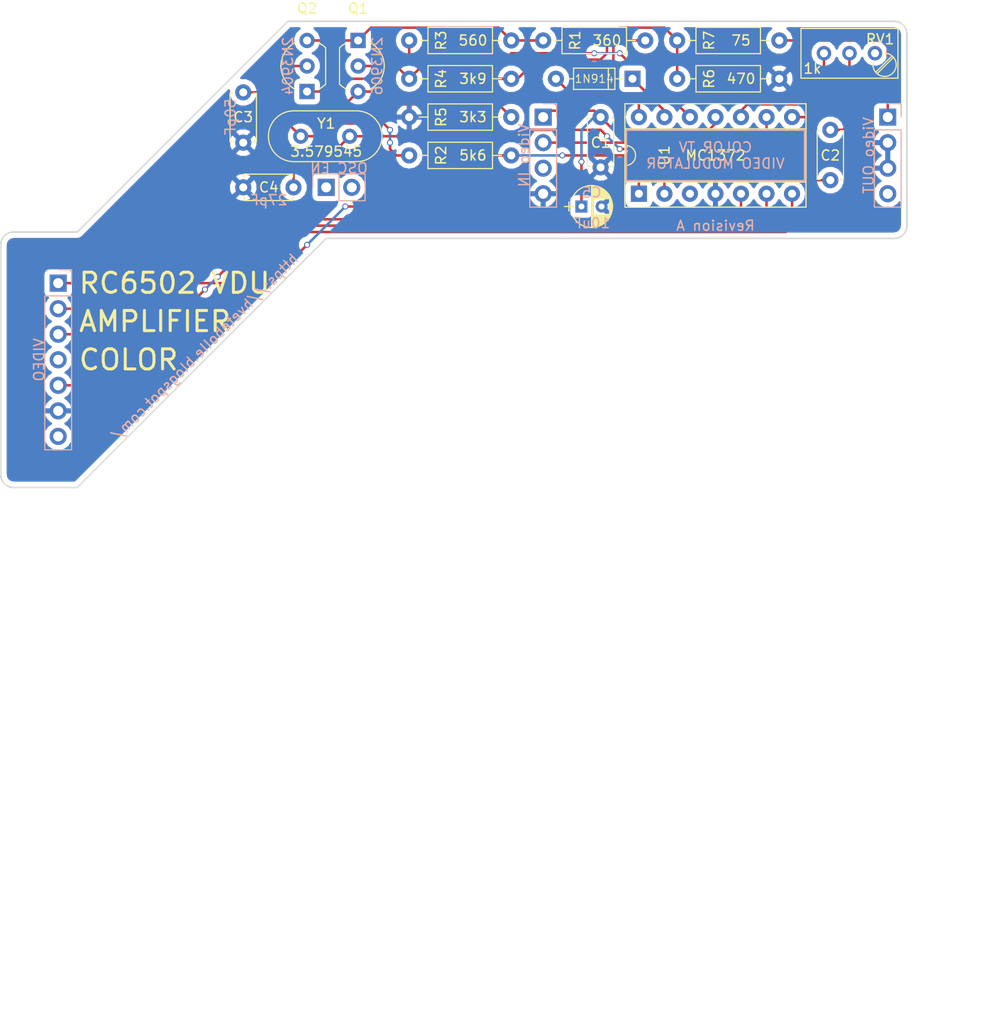
<source format=kicad_pcb>
(kicad_pcb (version 4) (host pcbnew 4.0.7)

  (general
    (links 41)
    (no_connects 0)
    (area 52.629999 44.374999 142.950001 90.880001)
    (thickness 1.6)
    (drawings 29)
    (tracks 157)
    (zones 0)
    (modules 22)
    (nets 20)
  )

  (page A4)
  (layers
    (0 F.Cu signal)
    (31 B.Cu signal)
    (32 B.Adhes user)
    (33 F.Adhes user)
    (34 B.Paste user)
    (35 F.Paste user)
    (36 B.SilkS user)
    (37 F.SilkS user)
    (38 B.Mask user)
    (39 F.Mask user)
    (40 Dwgs.User user)
    (41 Cmts.User user)
    (42 Eco1.User user)
    (43 Eco2.User user)
    (44 Edge.Cuts user)
    (45 Margin user)
    (46 B.CrtYd user)
    (47 F.CrtYd user)
    (48 B.Fab user)
    (49 F.Fab user)
  )

  (setup
    (last_trace_width 0.25)
    (trace_clearance 0.2)
    (zone_clearance 0.508)
    (zone_45_only no)
    (trace_min 0.2)
    (segment_width 0.2)
    (edge_width 0.15)
    (via_size 0.6)
    (via_drill 0.4)
    (via_min_size 0.4)
    (via_min_drill 0.3)
    (uvia_size 0.3)
    (uvia_drill 0.1)
    (uvias_allowed no)
    (uvia_min_size 0.2)
    (uvia_min_drill 0.1)
    (pcb_text_width 0.3)
    (pcb_text_size 1.5 1.5)
    (mod_edge_width 0.15)
    (mod_text_size 1 1)
    (mod_text_width 0.15)
    (pad_size 1.524 1.524)
    (pad_drill 0.762)
    (pad_to_mask_clearance 0.2)
    (aux_axis_origin 0 0)
    (visible_elements 7FFFFFFF)
    (pcbplotparams
      (layerselection 0x011fc_80000001)
      (usegerberextensions true)
      (excludeedgelayer true)
      (linewidth 0.100000)
      (plotframeref false)
      (viasonmask false)
      (mode 1)
      (useauxorigin false)
      (hpglpennumber 1)
      (hpglpenspeed 20)
      (hpglpendiameter 15)
      (hpglpenoverlay 2)
      (psnegative false)
      (psa4output false)
      (plotreference true)
      (plotvalue true)
      (plotinvisibletext false)
      (padsonsilk false)
      (subtractmaskfromsilk false)
      (outputformat 1)
      (mirror false)
      (drillshape 0)
      (scaleselection 1)
      (outputdirectory export/))
  )

  (net 0 "")
  (net 1 VCC)
  (net 2 GND)
  (net 3 "Net-(C2-Pad1)")
  (net 4 "Net-(C2-Pad2)")
  (net 5 "Net-(C3-Pad2)")
  (net 6 /OSC_IN)
  (net 7 "Net-(D1-Pad1)")
  (net 8 "Net-(D1-Pad2)")
  (net 9 /Y)
  (net 10 VIDEO)
  (net 11 /CHB)
  (net 12 /@B)
  (net 13 /@A)
  (net 14 /CLK)
  (net 15 "Net-(Q1-Pad2)")
  (net 16 "Net-(Q1-Pad3)")
  (net 17 "Net-(Q1-Pad1)")
  (net 18 "Net-(Q2-Pad1)")
  (net 19 "Net-(RV1-Pad3)")

  (net_class Default "This is the default net class."
    (clearance 0.2)
    (trace_width 0.25)
    (via_dia 0.6)
    (via_drill 0.4)
    (uvia_dia 0.3)
    (uvia_drill 0.1)
    (add_net /@A)
    (add_net /@B)
    (add_net /CHB)
    (add_net /CLK)
    (add_net /OSC_IN)
    (add_net /Y)
    (add_net GND)
    (add_net "Net-(C2-Pad1)")
    (add_net "Net-(C2-Pad2)")
    (add_net "Net-(C3-Pad2)")
    (add_net "Net-(D1-Pad1)")
    (add_net "Net-(D1-Pad2)")
    (add_net "Net-(Q1-Pad1)")
    (add_net "Net-(Q1-Pad2)")
    (add_net "Net-(Q1-Pad3)")
    (add_net "Net-(Q2-Pad1)")
    (add_net "Net-(RV1-Pad3)")
    (add_net VCC)
    (add_net VIDEO)
  )

  (module Capacitors_THT:C_Disc_D4.7mm_W2.5mm_P5.00mm (layer F.Cu) (tedit 5C06F62F) (tstamp 5C06E624)
    (at 112.395 53.975 270)
    (descr "C, Disc series, Radial, pin pitch=5.00mm, , diameter*width=4.7*2.5mm^2, Capacitor, http://www.vishay.com/docs/45233/krseries.pdf")
    (tags "C Disc series Radial pin pitch 5.00mm  diameter 4.7mm width 2.5mm Capacitor")
    (path /5C04594D)
    (fp_text reference C1 (at 2.54 0 360) (layer F.SilkS)
      (effects (font (size 1 1) (thickness 0.15)))
    )
    (fp_text value 100nF (at -1.905 0 360) (layer F.Fab)
      (effects (font (size 1 1) (thickness 0.15)))
    )
    (fp_line (start 0.15 -1.25) (end 0.15 1.25) (layer F.Fab) (width 0.1))
    (fp_line (start 0.15 1.25) (end 4.85 1.25) (layer F.Fab) (width 0.1))
    (fp_line (start 4.85 1.25) (end 4.85 -1.25) (layer F.Fab) (width 0.1))
    (fp_line (start 4.85 -1.25) (end 0.15 -1.25) (layer F.Fab) (width 0.1))
    (fp_line (start 0.09 -1.31) (end 4.91 -1.31) (layer F.SilkS) (width 0.12))
    (fp_line (start 0.09 1.31) (end 4.91 1.31) (layer F.SilkS) (width 0.12))
    (fp_line (start 0.09 -1.31) (end 0.09 -0.996) (layer F.SilkS) (width 0.12))
    (fp_line (start 0.09 0.996) (end 0.09 1.31) (layer F.SilkS) (width 0.12))
    (fp_line (start 4.91 -1.31) (end 4.91 -0.996) (layer F.SilkS) (width 0.12))
    (fp_line (start 4.91 0.996) (end 4.91 1.31) (layer F.SilkS) (width 0.12))
    (fp_line (start -1.05 -1.6) (end -1.05 1.6) (layer F.CrtYd) (width 0.05))
    (fp_line (start -1.05 1.6) (end 6.05 1.6) (layer F.CrtYd) (width 0.05))
    (fp_line (start 6.05 1.6) (end 6.05 -1.6) (layer F.CrtYd) (width 0.05))
    (fp_line (start 6.05 -1.6) (end -1.05 -1.6) (layer F.CrtYd) (width 0.05))
    (fp_text user %R (at 2.5 0 360) (layer F.Fab)
      (effects (font (size 1 1) (thickness 0.15)))
    )
    (pad 1 thru_hole circle (at 0 0 270) (size 1.6 1.6) (drill 0.8) (layers *.Cu *.Mask)
      (net 1 VCC))
    (pad 2 thru_hole circle (at 5 0 270) (size 1.6 1.6) (drill 0.8) (layers *.Cu *.Mask)
      (net 2 GND))
    (model ${KISYS3DMOD}/Capacitors_THT.3dshapes/C_Disc_D4.7mm_W2.5mm_P5.00mm.wrl
      (at (xyz 0 0 0))
      (scale (xyz 1 1 1))
      (rotate (xyz 0 0 0))
    )
  )

  (module Pin_Headers:Pin_Header_Straight_1x07_Pitch2.54mm (layer B.Cu) (tedit 5C6D791A) (tstamp 5C06F7C4)
    (at 58.42 70.485 180)
    (descr "Through hole straight pin header, 1x07, 2.54mm pitch, single row")
    (tags "Through hole pin header THT 1x07 2.54mm single row")
    (path /5C0D33B4)
    (fp_text reference J3 (at 0 2.54 180) (layer B.Fab)
      (effects (font (size 1 1) (thickness 0.15)) (justify mirror))
    )
    (fp_text value VIDEO (at 1.905 -7.62 450) (layer B.SilkS)
      (effects (font (size 1 1) (thickness 0.15)) (justify mirror))
    )
    (fp_line (start -0.635 1.27) (end 1.27 1.27) (layer B.Fab) (width 0.1))
    (fp_line (start 1.27 1.27) (end 1.27 -16.51) (layer B.Fab) (width 0.1))
    (fp_line (start 1.27 -16.51) (end -1.27 -16.51) (layer B.Fab) (width 0.1))
    (fp_line (start -1.27 -16.51) (end -1.27 0.635) (layer B.Fab) (width 0.1))
    (fp_line (start -1.27 0.635) (end -0.635 1.27) (layer B.Fab) (width 0.1))
    (fp_line (start -1.33 -16.57) (end 1.33 -16.57) (layer B.SilkS) (width 0.12))
    (fp_line (start -1.33 -1.27) (end -1.33 -16.57) (layer B.SilkS) (width 0.12))
    (fp_line (start 1.33 -1.27) (end 1.33 -16.57) (layer B.SilkS) (width 0.12))
    (fp_line (start -1.33 -1.27) (end 1.33 -1.27) (layer B.SilkS) (width 0.12))
    (fp_line (start -1.33 0) (end -1.33 1.33) (layer B.SilkS) (width 0.12))
    (fp_line (start -1.33 1.33) (end 0 1.33) (layer B.SilkS) (width 0.12))
    (fp_line (start -1.8 1.8) (end -1.8 -17.05) (layer B.CrtYd) (width 0.05))
    (fp_line (start -1.8 -17.05) (end 1.8 -17.05) (layer B.CrtYd) (width 0.05))
    (fp_line (start 1.8 -17.05) (end 1.8 1.8) (layer B.CrtYd) (width 0.05))
    (fp_line (start 1.8 1.8) (end -1.8 1.8) (layer B.CrtYd) (width 0.05))
    (fp_text user %R (at 0 2.54 360) (layer B.Fab)
      (effects (font (size 1 1) (thickness 0.15)) (justify mirror))
    )
    (pad 1 thru_hole rect (at 0 0 180) (size 1.7 1.7) (drill 1) (layers *.Cu *.Mask)
      (net 11 /CHB))
    (pad 2 thru_hole oval (at 0 -2.54 180) (size 1.7 1.7) (drill 1) (layers *.Cu *.Mask)
      (net 12 /@B))
    (pad 3 thru_hole oval (at 0 -5.08 180) (size 1.7 1.7) (drill 1) (layers *.Cu *.Mask)
      (net 13 /@A))
    (pad 4 thru_hole oval (at 0 -7.62 180) (size 1.7 1.7) (drill 1) (layers *.Cu *.Mask))
    (pad 5 thru_hole oval (at 0 -10.16 180) (size 1.7 1.7) (drill 1) (layers *.Cu *.Mask)
      (net 14 /CLK))
    (pad 6 thru_hole oval (at 0 -12.7 180) (size 1.7 1.7) (drill 1) (layers *.Cu *.Mask)
      (net 2 GND))
    (pad 7 thru_hole oval (at 0 -15.24 180) (size 1.7 1.7) (drill 1) (layers *.Cu *.Mask))
    (model ${KISYS3DMOD}/Pin_Headers.3dshapes/Pin_Header_Straight_1x07_Pitch2.54mm.wrl
      (at (xyz 0 0 0))
      (scale (xyz 1 1 1))
      (rotate (xyz 0 0 0))
    )
  )

  (module Capacitors_THT:C_Disc_D4.7mm_W2.5mm_P5.00mm (layer F.Cu) (tedit 5C6D71A0) (tstamp 5C6D4C47)
    (at 135.255 55.245 270)
    (descr "C, Disc series, Radial, pin pitch=5.00mm, , diameter*width=4.7*2.5mm^2, Capacitor, http://www.vishay.com/docs/45233/krseries.pdf")
    (tags "C Disc series Radial pin pitch 5.00mm  diameter 4.7mm width 2.5mm Capacitor")
    (path /5C6B8324)
    (fp_text reference C2 (at 2.54 0 360) (layer F.SilkS)
      (effects (font (size 1 1) (thickness 0.15)))
    )
    (fp_text value 100nF (at 2.5 2.56 270) (layer F.Fab)
      (effects (font (size 1 1) (thickness 0.15)))
    )
    (fp_line (start 0.15 -1.25) (end 0.15 1.25) (layer F.Fab) (width 0.1))
    (fp_line (start 0.15 1.25) (end 4.85 1.25) (layer F.Fab) (width 0.1))
    (fp_line (start 4.85 1.25) (end 4.85 -1.25) (layer F.Fab) (width 0.1))
    (fp_line (start 4.85 -1.25) (end 0.15 -1.25) (layer F.Fab) (width 0.1))
    (fp_line (start 0.09 -1.31) (end 4.91 -1.31) (layer F.SilkS) (width 0.12))
    (fp_line (start 0.09 1.31) (end 4.91 1.31) (layer F.SilkS) (width 0.12))
    (fp_line (start 0.09 -1.31) (end 0.09 -0.996) (layer F.SilkS) (width 0.12))
    (fp_line (start 0.09 0.996) (end 0.09 1.31) (layer F.SilkS) (width 0.12))
    (fp_line (start 4.91 -1.31) (end 4.91 -0.996) (layer F.SilkS) (width 0.12))
    (fp_line (start 4.91 0.996) (end 4.91 1.31) (layer F.SilkS) (width 0.12))
    (fp_line (start -1.05 -1.6) (end -1.05 1.6) (layer F.CrtYd) (width 0.05))
    (fp_line (start -1.05 1.6) (end 6.05 1.6) (layer F.CrtYd) (width 0.05))
    (fp_line (start 6.05 1.6) (end 6.05 -1.6) (layer F.CrtYd) (width 0.05))
    (fp_line (start 6.05 -1.6) (end -1.05 -1.6) (layer F.CrtYd) (width 0.05))
    (fp_text user %R (at 2.54 0 360) (layer F.Fab)
      (effects (font (size 1 1) (thickness 0.15)))
    )
    (pad 1 thru_hole circle (at 0 0 270) (size 1.6 1.6) (drill 0.8) (layers *.Cu *.Mask)
      (net 3 "Net-(C2-Pad1)"))
    (pad 2 thru_hole circle (at 5 0 270) (size 1.6 1.6) (drill 0.8) (layers *.Cu *.Mask)
      (net 4 "Net-(C2-Pad2)"))
    (model ${KISYS3DMOD}/Capacitors_THT.3dshapes/C_Disc_D4.7mm_W2.5mm_P5.00mm.wrl
      (at (xyz 0 0 0))
      (scale (xyz 1 1 1))
      (rotate (xyz 0 0 0))
    )
  )

  (module Capacitors_THT:C_Disc_D4.7mm_W2.5mm_P5.00mm (layer F.Cu) (tedit 5C6D793B) (tstamp 5C6D4C4D)
    (at 76.835 56.515 90)
    (descr "C, Disc series, Radial, pin pitch=5.00mm, , diameter*width=4.7*2.5mm^2, Capacitor, http://www.vishay.com/docs/45233/krseries.pdf")
    (tags "C Disc series Radial pin pitch 5.00mm  diameter 4.7mm width 2.5mm Capacitor")
    (path /5C6CCEE8)
    (fp_text reference C3 (at 2.54 0 180) (layer F.SilkS)
      (effects (font (size 1 1) (thickness 0.15)))
    )
    (fp_text value 50pF (at 2.54 -1.27 90) (layer B.SilkS)
      (effects (font (size 1 1) (thickness 0.15)) (justify mirror))
    )
    (fp_line (start 0.15 -1.25) (end 0.15 1.25) (layer F.Fab) (width 0.1))
    (fp_line (start 0.15 1.25) (end 4.85 1.25) (layer F.Fab) (width 0.1))
    (fp_line (start 4.85 1.25) (end 4.85 -1.25) (layer F.Fab) (width 0.1))
    (fp_line (start 4.85 -1.25) (end 0.15 -1.25) (layer F.Fab) (width 0.1))
    (fp_line (start 0.09 -1.31) (end 4.91 -1.31) (layer F.SilkS) (width 0.12))
    (fp_line (start 0.09 1.31) (end 4.91 1.31) (layer F.SilkS) (width 0.12))
    (fp_line (start 0.09 -1.31) (end 0.09 -0.996) (layer F.SilkS) (width 0.12))
    (fp_line (start 0.09 0.996) (end 0.09 1.31) (layer F.SilkS) (width 0.12))
    (fp_line (start 4.91 -1.31) (end 4.91 -0.996) (layer F.SilkS) (width 0.12))
    (fp_line (start 4.91 0.996) (end 4.91 1.31) (layer F.SilkS) (width 0.12))
    (fp_line (start -1.05 -1.6) (end -1.05 1.6) (layer F.CrtYd) (width 0.05))
    (fp_line (start -1.05 1.6) (end 6.05 1.6) (layer F.CrtYd) (width 0.05))
    (fp_line (start 6.05 1.6) (end 6.05 -1.6) (layer F.CrtYd) (width 0.05))
    (fp_line (start 6.05 -1.6) (end -1.05 -1.6) (layer F.CrtYd) (width 0.05))
    (fp_text user %R (at 2.5 0 180) (layer F.Fab)
      (effects (font (size 1 1) (thickness 0.15)))
    )
    (pad 1 thru_hole circle (at 0 0 90) (size 1.6 1.6) (drill 0.8) (layers *.Cu *.Mask)
      (net 2 GND))
    (pad 2 thru_hole circle (at 5 0 90) (size 1.6 1.6) (drill 0.8) (layers *.Cu *.Mask)
      (net 5 "Net-(C3-Pad2)"))
    (model ${KISYS3DMOD}/Capacitors_THT.3dshapes/C_Disc_D4.7mm_W2.5mm_P5.00mm.wrl
      (at (xyz 0 0 0))
      (scale (xyz 1 1 1))
      (rotate (xyz 0 0 0))
    )
  )

  (module Capacitors_THT:C_Disc_D4.7mm_W2.5mm_P5.00mm (layer F.Cu) (tedit 5C6D7933) (tstamp 5C6D4C53)
    (at 76.835 60.96)
    (descr "C, Disc series, Radial, pin pitch=5.00mm, , diameter*width=4.7*2.5mm^2, Capacitor, http://www.vishay.com/docs/45233/krseries.pdf")
    (tags "C Disc series Radial pin pitch 5.00mm  diameter 4.7mm width 2.5mm Capacitor")
    (path /5C6CD3B3)
    (fp_text reference C4 (at 2.54 0) (layer F.SilkS)
      (effects (font (size 1 1) (thickness 0.15)))
    )
    (fp_text value 27pF (at 2.54 1.27) (layer B.SilkS)
      (effects (font (size 1 1) (thickness 0.15)) (justify mirror))
    )
    (fp_line (start 0.15 -1.25) (end 0.15 1.25) (layer F.Fab) (width 0.1))
    (fp_line (start 0.15 1.25) (end 4.85 1.25) (layer F.Fab) (width 0.1))
    (fp_line (start 4.85 1.25) (end 4.85 -1.25) (layer F.Fab) (width 0.1))
    (fp_line (start 4.85 -1.25) (end 0.15 -1.25) (layer F.Fab) (width 0.1))
    (fp_line (start 0.09 -1.31) (end 4.91 -1.31) (layer F.SilkS) (width 0.12))
    (fp_line (start 0.09 1.31) (end 4.91 1.31) (layer F.SilkS) (width 0.12))
    (fp_line (start 0.09 -1.31) (end 0.09 -0.996) (layer F.SilkS) (width 0.12))
    (fp_line (start 0.09 0.996) (end 0.09 1.31) (layer F.SilkS) (width 0.12))
    (fp_line (start 4.91 -1.31) (end 4.91 -0.996) (layer F.SilkS) (width 0.12))
    (fp_line (start 4.91 0.996) (end 4.91 1.31) (layer F.SilkS) (width 0.12))
    (fp_line (start -1.05 -1.6) (end -1.05 1.6) (layer F.CrtYd) (width 0.05))
    (fp_line (start -1.05 1.6) (end 6.05 1.6) (layer F.CrtYd) (width 0.05))
    (fp_line (start 6.05 1.6) (end 6.05 -1.6) (layer F.CrtYd) (width 0.05))
    (fp_line (start 6.05 -1.6) (end -1.05 -1.6) (layer F.CrtYd) (width 0.05))
    (fp_text user %R (at 2.5 0) (layer F.Fab)
      (effects (font (size 1 1) (thickness 0.15)))
    )
    (pad 1 thru_hole circle (at 0 0) (size 1.6 1.6) (drill 0.8) (layers *.Cu *.Mask)
      (net 2 GND))
    (pad 2 thru_hole circle (at 5 0) (size 1.6 1.6) (drill 0.8) (layers *.Cu *.Mask)
      (net 6 /OSC_IN))
    (model ${KISYS3DMOD}/Capacitors_THT.3dshapes/C_Disc_D4.7mm_W2.5mm_P5.00mm.wrl
      (at (xyz 0 0 0))
      (scale (xyz 1 1 1))
      (rotate (xyz 0 0 0))
    )
  )

  (module Capacitors_THT:CP_Radial_D4.0mm_P2.00mm (layer F.Cu) (tedit 5C6D72FF) (tstamp 5C6D4C59)
    (at 110.49 62.865)
    (descr "CP, Radial series, Radial, pin pitch=2.00mm, , diameter=4mm, Electrolytic Capacitor")
    (tags "CP Radial series Radial pin pitch 2.00mm  diameter 4mm Electrolytic Capacitor")
    (path /5C6D2DE8)
    (fp_text reference C5 (at 1.016 -1.397) (layer B.SilkS)
      (effects (font (size 1 1) (thickness 0.15)) (justify mirror))
    )
    (fp_text value 10uF (at 1.016 1.651) (layer B.SilkS)
      (effects (font (size 1 1) (thickness 0.15)) (justify mirror))
    )
    (fp_arc (start 1 0) (end -0.845996 -0.98) (angle 124.1) (layer F.SilkS) (width 0.12))
    (fp_arc (start 1 0) (end -0.845996 0.98) (angle -124.1) (layer F.SilkS) (width 0.12))
    (fp_arc (start 1 0) (end 2.845996 -0.98) (angle 55.9) (layer F.SilkS) (width 0.12))
    (fp_circle (center 1 0) (end 3 0) (layer F.Fab) (width 0.1))
    (fp_line (start -1.7 0) (end -0.8 0) (layer F.Fab) (width 0.1))
    (fp_line (start -1.25 -0.45) (end -1.25 0.45) (layer F.Fab) (width 0.1))
    (fp_line (start 1 -2.05) (end 1 2.05) (layer F.SilkS) (width 0.12))
    (fp_line (start 1.04 -2.05) (end 1.04 2.05) (layer F.SilkS) (width 0.12))
    (fp_line (start 1.08 -2.049) (end 1.08 2.049) (layer F.SilkS) (width 0.12))
    (fp_line (start 1.12 -2.047) (end 1.12 2.047) (layer F.SilkS) (width 0.12))
    (fp_line (start 1.16 -2.044) (end 1.16 2.044) (layer F.SilkS) (width 0.12))
    (fp_line (start 1.2 -2.041) (end 1.2 2.041) (layer F.SilkS) (width 0.12))
    (fp_line (start 1.24 -2.037) (end 1.24 -0.78) (layer F.SilkS) (width 0.12))
    (fp_line (start 1.24 0.78) (end 1.24 2.037) (layer F.SilkS) (width 0.12))
    (fp_line (start 1.28 -2.032) (end 1.28 -0.78) (layer F.SilkS) (width 0.12))
    (fp_line (start 1.28 0.78) (end 1.28 2.032) (layer F.SilkS) (width 0.12))
    (fp_line (start 1.32 -2.026) (end 1.32 -0.78) (layer F.SilkS) (width 0.12))
    (fp_line (start 1.32 0.78) (end 1.32 2.026) (layer F.SilkS) (width 0.12))
    (fp_line (start 1.36 -2.019) (end 1.36 -0.78) (layer F.SilkS) (width 0.12))
    (fp_line (start 1.36 0.78) (end 1.36 2.019) (layer F.SilkS) (width 0.12))
    (fp_line (start 1.4 -2.012) (end 1.4 -0.78) (layer F.SilkS) (width 0.12))
    (fp_line (start 1.4 0.78) (end 1.4 2.012) (layer F.SilkS) (width 0.12))
    (fp_line (start 1.44 -2.004) (end 1.44 -0.78) (layer F.SilkS) (width 0.12))
    (fp_line (start 1.44 0.78) (end 1.44 2.004) (layer F.SilkS) (width 0.12))
    (fp_line (start 1.48 -1.995) (end 1.48 -0.78) (layer F.SilkS) (width 0.12))
    (fp_line (start 1.48 0.78) (end 1.48 1.995) (layer F.SilkS) (width 0.12))
    (fp_line (start 1.52 -1.985) (end 1.52 -0.78) (layer F.SilkS) (width 0.12))
    (fp_line (start 1.52 0.78) (end 1.52 1.985) (layer F.SilkS) (width 0.12))
    (fp_line (start 1.56 -1.974) (end 1.56 -0.78) (layer F.SilkS) (width 0.12))
    (fp_line (start 1.56 0.78) (end 1.56 1.974) (layer F.SilkS) (width 0.12))
    (fp_line (start 1.6 -1.963) (end 1.6 -0.78) (layer F.SilkS) (width 0.12))
    (fp_line (start 1.6 0.78) (end 1.6 1.963) (layer F.SilkS) (width 0.12))
    (fp_line (start 1.64 -1.95) (end 1.64 -0.78) (layer F.SilkS) (width 0.12))
    (fp_line (start 1.64 0.78) (end 1.64 1.95) (layer F.SilkS) (width 0.12))
    (fp_line (start 1.68 -1.937) (end 1.68 -0.78) (layer F.SilkS) (width 0.12))
    (fp_line (start 1.68 0.78) (end 1.68 1.937) (layer F.SilkS) (width 0.12))
    (fp_line (start 1.721 -1.923) (end 1.721 -0.78) (layer F.SilkS) (width 0.12))
    (fp_line (start 1.721 0.78) (end 1.721 1.923) (layer F.SilkS) (width 0.12))
    (fp_line (start 1.761 -1.907) (end 1.761 -0.78) (layer F.SilkS) (width 0.12))
    (fp_line (start 1.761 0.78) (end 1.761 1.907) (layer F.SilkS) (width 0.12))
    (fp_line (start 1.801 -1.891) (end 1.801 -0.78) (layer F.SilkS) (width 0.12))
    (fp_line (start 1.801 0.78) (end 1.801 1.891) (layer F.SilkS) (width 0.12))
    (fp_line (start 1.841 -1.874) (end 1.841 -0.78) (layer F.SilkS) (width 0.12))
    (fp_line (start 1.841 0.78) (end 1.841 1.874) (layer F.SilkS) (width 0.12))
    (fp_line (start 1.881 -1.856) (end 1.881 -0.78) (layer F.SilkS) (width 0.12))
    (fp_line (start 1.881 0.78) (end 1.881 1.856) (layer F.SilkS) (width 0.12))
    (fp_line (start 1.921 -1.837) (end 1.921 -0.78) (layer F.SilkS) (width 0.12))
    (fp_line (start 1.921 0.78) (end 1.921 1.837) (layer F.SilkS) (width 0.12))
    (fp_line (start 1.961 -1.817) (end 1.961 -0.78) (layer F.SilkS) (width 0.12))
    (fp_line (start 1.961 0.78) (end 1.961 1.817) (layer F.SilkS) (width 0.12))
    (fp_line (start 2.001 -1.796) (end 2.001 -0.78) (layer F.SilkS) (width 0.12))
    (fp_line (start 2.001 0.78) (end 2.001 1.796) (layer F.SilkS) (width 0.12))
    (fp_line (start 2.041 -1.773) (end 2.041 -0.78) (layer F.SilkS) (width 0.12))
    (fp_line (start 2.041 0.78) (end 2.041 1.773) (layer F.SilkS) (width 0.12))
    (fp_line (start 2.081 -1.75) (end 2.081 -0.78) (layer F.SilkS) (width 0.12))
    (fp_line (start 2.081 0.78) (end 2.081 1.75) (layer F.SilkS) (width 0.12))
    (fp_line (start 2.121 -1.725) (end 2.121 -0.78) (layer F.SilkS) (width 0.12))
    (fp_line (start 2.121 0.78) (end 2.121 1.725) (layer F.SilkS) (width 0.12))
    (fp_line (start 2.161 -1.699) (end 2.161 -0.78) (layer F.SilkS) (width 0.12))
    (fp_line (start 2.161 0.78) (end 2.161 1.699) (layer F.SilkS) (width 0.12))
    (fp_line (start 2.201 -1.672) (end 2.201 -0.78) (layer F.SilkS) (width 0.12))
    (fp_line (start 2.201 0.78) (end 2.201 1.672) (layer F.SilkS) (width 0.12))
    (fp_line (start 2.241 -1.643) (end 2.241 -0.78) (layer F.SilkS) (width 0.12))
    (fp_line (start 2.241 0.78) (end 2.241 1.643) (layer F.SilkS) (width 0.12))
    (fp_line (start 2.281 -1.613) (end 2.281 -0.78) (layer F.SilkS) (width 0.12))
    (fp_line (start 2.281 0.78) (end 2.281 1.613) (layer F.SilkS) (width 0.12))
    (fp_line (start 2.321 -1.581) (end 2.321 -0.78) (layer F.SilkS) (width 0.12))
    (fp_line (start 2.321 0.78) (end 2.321 1.581) (layer F.SilkS) (width 0.12))
    (fp_line (start 2.361 -1.547) (end 2.361 -0.78) (layer F.SilkS) (width 0.12))
    (fp_line (start 2.361 0.78) (end 2.361 1.547) (layer F.SilkS) (width 0.12))
    (fp_line (start 2.401 -1.512) (end 2.401 -0.78) (layer F.SilkS) (width 0.12))
    (fp_line (start 2.401 0.78) (end 2.401 1.512) (layer F.SilkS) (width 0.12))
    (fp_line (start 2.441 -1.475) (end 2.441 -0.78) (layer F.SilkS) (width 0.12))
    (fp_line (start 2.441 0.78) (end 2.441 1.475) (layer F.SilkS) (width 0.12))
    (fp_line (start 2.481 -1.436) (end 2.481 -0.78) (layer F.SilkS) (width 0.12))
    (fp_line (start 2.481 0.78) (end 2.481 1.436) (layer F.SilkS) (width 0.12))
    (fp_line (start 2.521 -1.395) (end 2.521 -0.78) (layer F.SilkS) (width 0.12))
    (fp_line (start 2.521 0.78) (end 2.521 1.395) (layer F.SilkS) (width 0.12))
    (fp_line (start 2.561 -1.351) (end 2.561 -0.78) (layer F.SilkS) (width 0.12))
    (fp_line (start 2.561 0.78) (end 2.561 1.351) (layer F.SilkS) (width 0.12))
    (fp_line (start 2.601 -1.305) (end 2.601 -0.78) (layer F.SilkS) (width 0.12))
    (fp_line (start 2.601 0.78) (end 2.601 1.305) (layer F.SilkS) (width 0.12))
    (fp_line (start 2.641 -1.256) (end 2.641 -0.78) (layer F.SilkS) (width 0.12))
    (fp_line (start 2.641 0.78) (end 2.641 1.256) (layer F.SilkS) (width 0.12))
    (fp_line (start 2.681 -1.204) (end 2.681 -0.78) (layer F.SilkS) (width 0.12))
    (fp_line (start 2.681 0.78) (end 2.681 1.204) (layer F.SilkS) (width 0.12))
    (fp_line (start 2.721 -1.148) (end 2.721 -0.78) (layer F.SilkS) (width 0.12))
    (fp_line (start 2.721 0.78) (end 2.721 1.148) (layer F.SilkS) (width 0.12))
    (fp_line (start 2.761 -1.088) (end 2.761 -0.78) (layer F.SilkS) (width 0.12))
    (fp_line (start 2.761 0.78) (end 2.761 1.088) (layer F.SilkS) (width 0.12))
    (fp_line (start 2.801 -1.023) (end 2.801 1.023) (layer F.SilkS) (width 0.12))
    (fp_line (start 2.841 -0.952) (end 2.841 0.952) (layer F.SilkS) (width 0.12))
    (fp_line (start 2.881 -0.874) (end 2.881 0.874) (layer F.SilkS) (width 0.12))
    (fp_line (start 2.921 -0.786) (end 2.921 0.786) (layer F.SilkS) (width 0.12))
    (fp_line (start 2.961 -0.686) (end 2.961 0.686) (layer F.SilkS) (width 0.12))
    (fp_line (start 3.001 -0.567) (end 3.001 0.567) (layer F.SilkS) (width 0.12))
    (fp_line (start 3.041 -0.415) (end 3.041 0.415) (layer F.SilkS) (width 0.12))
    (fp_line (start 3.081 -0.165) (end 3.081 0.165) (layer F.SilkS) (width 0.12))
    (fp_line (start -1.7 0) (end -0.8 0) (layer F.SilkS) (width 0.12))
    (fp_line (start -1.25 -0.45) (end -1.25 0.45) (layer F.SilkS) (width 0.12))
    (fp_line (start -1.35 -2.35) (end -1.35 2.35) (layer F.CrtYd) (width 0.05))
    (fp_line (start -1.35 2.35) (end 3.35 2.35) (layer F.CrtYd) (width 0.05))
    (fp_line (start 3.35 2.35) (end 3.35 -2.35) (layer F.CrtYd) (width 0.05))
    (fp_line (start 3.35 -2.35) (end -1.35 -2.35) (layer F.CrtYd) (width 0.05))
    (fp_text user %R (at 5.08 1.27) (layer F.Fab)
      (effects (font (size 1 1) (thickness 0.15)))
    )
    (pad 1 thru_hole rect (at 0 0) (size 1.2 1.2) (drill 0.6) (layers *.Cu *.Mask)
      (net 1 VCC))
    (pad 2 thru_hole circle (at 2 0) (size 1.2 1.2) (drill 0.6) (layers *.Cu *.Mask)
      (net 2 GND))
    (model ${KISYS3DMOD}/Capacitors_THT.3dshapes/CP_Radial_D4.0mm_P2.00mm.wrl
      (at (xyz 0 0 0))
      (scale (xyz 1 1 1))
      (rotate (xyz 0 0 0))
    )
  )

  (module Diodes_THT:D_DO-35_SOD27_P7.62mm_Horizontal (layer F.Cu) (tedit 5C6D71CA) (tstamp 5C6D4C5F)
    (at 115.57 50.165 180)
    (descr "D, DO-35_SOD27 series, Axial, Horizontal, pin pitch=7.62mm, , length*diameter=4*2mm^2, , http://www.diodes.com/_files/packages/DO-35.pdf")
    (tags "D DO-35_SOD27 series Axial Horizontal pin pitch 7.62mm  length 4mm diameter 2mm")
    (path /5C6B3590)
    (fp_text reference D1 (at 3.81 0 180) (layer F.Fab)
      (effects (font (size 1 1) (thickness 0.15)))
    )
    (fp_text value 1N914 (at 3.81 0 180) (layer F.SilkS)
      (effects (font (size 0.8 0.8) (thickness 0.1)))
    )
    (fp_text user %R (at 3.81 0 180) (layer F.Fab)
      (effects (font (size 1 1) (thickness 0.15)))
    )
    (fp_line (start 1.81 -1) (end 1.81 1) (layer F.Fab) (width 0.1))
    (fp_line (start 1.81 1) (end 5.81 1) (layer F.Fab) (width 0.1))
    (fp_line (start 5.81 1) (end 5.81 -1) (layer F.Fab) (width 0.1))
    (fp_line (start 5.81 -1) (end 1.81 -1) (layer F.Fab) (width 0.1))
    (fp_line (start 0 0) (end 1.81 0) (layer F.Fab) (width 0.1))
    (fp_line (start 7.62 0) (end 5.81 0) (layer F.Fab) (width 0.1))
    (fp_line (start 2.41 -1) (end 2.41 1) (layer F.Fab) (width 0.1))
    (fp_line (start 1.75 -1.06) (end 1.75 1.06) (layer F.SilkS) (width 0.12))
    (fp_line (start 1.75 1.06) (end 5.87 1.06) (layer F.SilkS) (width 0.12))
    (fp_line (start 5.87 1.06) (end 5.87 -1.06) (layer F.SilkS) (width 0.12))
    (fp_line (start 5.87 -1.06) (end 1.75 -1.06) (layer F.SilkS) (width 0.12))
    (fp_line (start 0.98 0) (end 1.75 0) (layer F.SilkS) (width 0.12))
    (fp_line (start 6.64 0) (end 5.87 0) (layer F.SilkS) (width 0.12))
    (fp_line (start 2.41 -1.06) (end 2.41 1.06) (layer F.SilkS) (width 0.12))
    (fp_line (start -1.05 -1.35) (end -1.05 1.35) (layer F.CrtYd) (width 0.05))
    (fp_line (start -1.05 1.35) (end 8.7 1.35) (layer F.CrtYd) (width 0.05))
    (fp_line (start 8.7 1.35) (end 8.7 -1.35) (layer F.CrtYd) (width 0.05))
    (fp_line (start 8.7 -1.35) (end -1.05 -1.35) (layer F.CrtYd) (width 0.05))
    (pad 1 thru_hole rect (at 0 0 180) (size 1.6 1.6) (drill 0.8) (layers *.Cu *.Mask)
      (net 7 "Net-(D1-Pad1)"))
    (pad 2 thru_hole oval (at 7.62 0 180) (size 1.6 1.6) (drill 0.8) (layers *.Cu *.Mask)
      (net 8 "Net-(D1-Pad2)"))
    (model ${KISYS3DMOD}/Diodes_THT.3dshapes/D_DO-35_SOD27_P7.62mm_Horizontal.wrl
      (at (xyz 0 0 0))
      (scale (xyz 0.393701 0.393701 0.393701))
      (rotate (xyz 0 0 0))
    )
  )

  (module Pin_Headers:Pin_Header_Straight_1x04_Pitch2.54mm (layer B.Cu) (tedit 5C6D7451) (tstamp 5C6D4C67)
    (at 106.68 53.975 180)
    (descr "Through hole straight pin header, 1x04, 2.54mm pitch, single row")
    (tags "Through hole pin header THT 1x04 2.54mm single row")
    (path /5C6C2ED6)
    (fp_text reference J1 (at 0 2.33 180) (layer B.Fab)
      (effects (font (size 1 1) (thickness 0.15)) (justify mirror))
    )
    (fp_text value Video_IN (at 1.905 -3.81 270) (layer B.SilkS)
      (effects (font (size 1 1) (thickness 0.15)) (justify mirror))
    )
    (fp_line (start -0.635 1.27) (end 1.27 1.27) (layer B.Fab) (width 0.1))
    (fp_line (start 1.27 1.27) (end 1.27 -8.89) (layer B.Fab) (width 0.1))
    (fp_line (start 1.27 -8.89) (end -1.27 -8.89) (layer B.Fab) (width 0.1))
    (fp_line (start -1.27 -8.89) (end -1.27 0.635) (layer B.Fab) (width 0.1))
    (fp_line (start -1.27 0.635) (end -0.635 1.27) (layer B.Fab) (width 0.1))
    (fp_line (start -1.33 -8.95) (end 1.33 -8.95) (layer B.SilkS) (width 0.12))
    (fp_line (start -1.33 -1.27) (end -1.33 -8.95) (layer B.SilkS) (width 0.12))
    (fp_line (start 1.33 -1.27) (end 1.33 -8.95) (layer B.SilkS) (width 0.12))
    (fp_line (start -1.33 -1.27) (end 1.33 -1.27) (layer B.SilkS) (width 0.12))
    (fp_line (start -1.33 0) (end -1.33 1.33) (layer B.SilkS) (width 0.12))
    (fp_line (start -1.33 1.33) (end 0 1.33) (layer B.SilkS) (width 0.12))
    (fp_line (start -1.8 1.8) (end -1.8 -9.4) (layer B.CrtYd) (width 0.05))
    (fp_line (start -1.8 -9.4) (end 1.8 -9.4) (layer B.CrtYd) (width 0.05))
    (fp_line (start 1.8 -9.4) (end 1.8 1.8) (layer B.CrtYd) (width 0.05))
    (fp_line (start 1.8 1.8) (end -1.8 1.8) (layer B.CrtYd) (width 0.05))
    (fp_text user %R (at 0 -3.81 450) (layer B.Fab)
      (effects (font (size 1 1) (thickness 0.15)) (justify mirror))
    )
    (pad 1 thru_hole rect (at 0 0 180) (size 1.7 1.7) (drill 1) (layers *.Cu *.Mask)
      (net 1 VCC))
    (pad 2 thru_hole oval (at 0 -2.54 180) (size 1.7 1.7) (drill 1) (layers *.Cu *.Mask)
      (net 9 /Y))
    (pad 3 thru_hole oval (at 0 -5.08 180) (size 1.7 1.7) (drill 1) (layers *.Cu *.Mask))
    (pad 4 thru_hole oval (at 0 -7.62 180) (size 1.7 1.7) (drill 1) (layers *.Cu *.Mask)
      (net 2 GND))
    (model ${KISYS3DMOD}/Pin_Headers.3dshapes/Pin_Header_Straight_1x04_Pitch2.54mm.wrl
      (at (xyz 0 0 0))
      (scale (xyz 1 1 1))
      (rotate (xyz 0 0 0))
    )
  )

  (module Pin_Headers:Pin_Header_Straight_1x04_Pitch2.54mm (layer B.Cu) (tedit 5C6D7911) (tstamp 5C6D4C6F)
    (at 140.97 53.975 180)
    (descr "Through hole straight pin header, 1x04, 2.54mm pitch, single row")
    (tags "Through hole pin header THT 1x04 2.54mm single row")
    (path /5C6C3428)
    (fp_text reference J2 (at 0 2.33 180) (layer B.Fab)
      (effects (font (size 1 1) (thickness 0.15)) (justify mirror))
    )
    (fp_text value Video_OUT (at 1.905 -3.81 270) (layer B.SilkS)
      (effects (font (size 1 1) (thickness 0.15)) (justify mirror))
    )
    (fp_line (start -0.635 1.27) (end 1.27 1.27) (layer B.Fab) (width 0.1))
    (fp_line (start 1.27 1.27) (end 1.27 -8.89) (layer B.Fab) (width 0.1))
    (fp_line (start 1.27 -8.89) (end -1.27 -8.89) (layer B.Fab) (width 0.1))
    (fp_line (start -1.27 -8.89) (end -1.27 0.635) (layer B.Fab) (width 0.1))
    (fp_line (start -1.27 0.635) (end -0.635 1.27) (layer B.Fab) (width 0.1))
    (fp_line (start -1.33 -8.95) (end 1.33 -8.95) (layer B.SilkS) (width 0.12))
    (fp_line (start -1.33 -1.27) (end -1.33 -8.95) (layer B.SilkS) (width 0.12))
    (fp_line (start 1.33 -1.27) (end 1.33 -8.95) (layer B.SilkS) (width 0.12))
    (fp_line (start -1.33 -1.27) (end 1.33 -1.27) (layer B.SilkS) (width 0.12))
    (fp_line (start -1.33 0) (end -1.33 1.33) (layer B.SilkS) (width 0.12))
    (fp_line (start -1.33 1.33) (end 0 1.33) (layer B.SilkS) (width 0.12))
    (fp_line (start -1.8 1.8) (end -1.8 -9.4) (layer B.CrtYd) (width 0.05))
    (fp_line (start -1.8 -9.4) (end 1.8 -9.4) (layer B.CrtYd) (width 0.05))
    (fp_line (start 1.8 -9.4) (end 1.8 1.8) (layer B.CrtYd) (width 0.05))
    (fp_line (start 1.8 1.8) (end -1.8 1.8) (layer B.CrtYd) (width 0.05))
    (fp_text user %R (at 0 -3.81 450) (layer B.Fab)
      (effects (font (size 1 1) (thickness 0.15)) (justify mirror))
    )
    (pad 1 thru_hole rect (at 0 0 180) (size 1.7 1.7) (drill 1) (layers *.Cu *.Mask)
      (net 10 VIDEO))
    (pad 2 thru_hole oval (at 0 -2.54 180) (size 1.7 1.7) (drill 1) (layers *.Cu *.Mask)
      (net 2 GND))
    (pad 3 thru_hole oval (at 0 -5.08 180) (size 1.7 1.7) (drill 1) (layers *.Cu *.Mask)
      (net 2 GND))
    (pad 4 thru_hole oval (at 0 -7.62 180) (size 1.7 1.7) (drill 1) (layers *.Cu *.Mask))
    (model ${KISYS3DMOD}/Pin_Headers.3dshapes/Pin_Header_Straight_1x04_Pitch2.54mm.wrl
      (at (xyz 0 0 0))
      (scale (xyz 1 1 1))
      (rotate (xyz 0 0 0))
    )
  )

  (module TO_SOT_Packages_THT:TO-92_Inline_Wide (layer F.Cu) (tedit 5C6D753B) (tstamp 5C6D4C76)
    (at 88.265 46.355 270)
    (descr "TO-92 leads in-line, wide, drill 0.8mm (see NXP sot054_po.pdf)")
    (tags "to-92 sc-43 sc-43a sot54 PA33 transistor")
    (path /5C6B477E)
    (fp_text reference Q1 (at -3.175 0 540) (layer F.SilkS)
      (effects (font (size 1 1) (thickness 0.15)))
    )
    (fp_text value 2N3906 (at 2.54 -1.905 270) (layer B.SilkS)
      (effects (font (size 1 1) (thickness 0.15)) (justify mirror))
    )
    (fp_text user %R (at -3.175 0 540) (layer F.Fab)
      (effects (font (size 1 1) (thickness 0.15)))
    )
    (fp_line (start 0.74 1.85) (end 4.34 1.85) (layer F.SilkS) (width 0.12))
    (fp_line (start 0.8 1.75) (end 4.3 1.75) (layer F.Fab) (width 0.1))
    (fp_line (start -1.01 -2.73) (end 6.09 -2.73) (layer F.CrtYd) (width 0.05))
    (fp_line (start -1.01 -2.73) (end -1.01 2.01) (layer F.CrtYd) (width 0.05))
    (fp_line (start 6.09 2.01) (end 6.09 -2.73) (layer F.CrtYd) (width 0.05))
    (fp_line (start 6.09 2.01) (end -1.01 2.01) (layer F.CrtYd) (width 0.05))
    (fp_arc (start 2.54 0) (end 0.74 1.85) (angle 20) (layer F.SilkS) (width 0.12))
    (fp_arc (start 2.54 0) (end 2.54 -2.6) (angle -65) (layer F.SilkS) (width 0.12))
    (fp_arc (start 2.54 0) (end 2.54 -2.6) (angle 65) (layer F.SilkS) (width 0.12))
    (fp_arc (start 2.54 0) (end 2.54 -2.48) (angle 135) (layer F.Fab) (width 0.1))
    (fp_arc (start 2.54 0) (end 2.54 -2.48) (angle -135) (layer F.Fab) (width 0.1))
    (fp_arc (start 2.54 0) (end 4.34 1.85) (angle -20) (layer F.SilkS) (width 0.12))
    (pad 2 thru_hole circle (at 2.54 0) (size 1.52 1.52) (drill 0.8) (layers *.Cu *.Mask)
      (net 15 "Net-(Q1-Pad2)"))
    (pad 3 thru_hole circle (at 5.08 0) (size 1.52 1.52) (drill 0.8) (layers *.Cu *.Mask)
      (net 16 "Net-(Q1-Pad3)"))
    (pad 1 thru_hole rect (at 0 0) (size 1.52 1.52) (drill 0.8) (layers *.Cu *.Mask)
      (net 17 "Net-(Q1-Pad1)"))
    (model ${KISYS3DMOD}/TO_SOT_Packages_THT.3dshapes/TO-92_Inline_Wide.wrl
      (at (xyz 0.1 0 0))
      (scale (xyz 1 1 1))
      (rotate (xyz 0 0 -90))
    )
  )

  (module TO_SOT_Packages_THT:TO-92_Inline_Wide (layer F.Cu) (tedit 5C6D7535) (tstamp 5C6D4C7D)
    (at 83.185 51.435 90)
    (descr "TO-92 leads in-line, wide, drill 0.8mm (see NXP sot054_po.pdf)")
    (tags "to-92 sc-43 sc-43a sot54 PA33 transistor")
    (path /5C6B4E8D)
    (fp_text reference Q2 (at 8.255 0 360) (layer F.SilkS)
      (effects (font (size 1 1) (thickness 0.15)))
    )
    (fp_text value 2N3904 (at 2.54 -1.905 270) (layer B.SilkS)
      (effects (font (size 1 1) (thickness 0.15)) (justify mirror))
    )
    (fp_text user %R (at 8.255 0 360) (layer F.Fab)
      (effects (font (size 1 1) (thickness 0.15)))
    )
    (fp_line (start 0.74 1.85) (end 4.34 1.85) (layer F.SilkS) (width 0.12))
    (fp_line (start 0.8 1.75) (end 4.3 1.75) (layer F.Fab) (width 0.1))
    (fp_line (start -1.01 -2.73) (end 6.09 -2.73) (layer F.CrtYd) (width 0.05))
    (fp_line (start -1.01 -2.73) (end -1.01 2.01) (layer F.CrtYd) (width 0.05))
    (fp_line (start 6.09 2.01) (end 6.09 -2.73) (layer F.CrtYd) (width 0.05))
    (fp_line (start 6.09 2.01) (end -1.01 2.01) (layer F.CrtYd) (width 0.05))
    (fp_arc (start 2.54 0) (end 0.74 1.85) (angle 20) (layer F.SilkS) (width 0.12))
    (fp_arc (start 2.54 0) (end 2.54 -2.6) (angle -65) (layer F.SilkS) (width 0.12))
    (fp_arc (start 2.54 0) (end 2.54 -2.6) (angle 65) (layer F.SilkS) (width 0.12))
    (fp_arc (start 2.54 0) (end 2.54 -2.48) (angle 135) (layer F.Fab) (width 0.1))
    (fp_arc (start 2.54 0) (end 2.54 -2.48) (angle -135) (layer F.Fab) (width 0.1))
    (fp_arc (start 2.54 0) (end 4.34 1.85) (angle -20) (layer F.SilkS) (width 0.12))
    (pad 2 thru_hole circle (at 2.54 0 180) (size 1.52 1.52) (drill 0.8) (layers *.Cu *.Mask)
      (net 16 "Net-(Q1-Pad3)"))
    (pad 3 thru_hole circle (at 5.08 0 180) (size 1.52 1.52) (drill 0.8) (layers *.Cu *.Mask)
      (net 17 "Net-(Q1-Pad1)"))
    (pad 1 thru_hole rect (at 0 0 180) (size 1.52 1.52) (drill 0.8) (layers *.Cu *.Mask)
      (net 18 "Net-(Q2-Pad1)"))
    (model ${KISYS3DMOD}/TO_SOT_Packages_THT.3dshapes/TO-92_Inline_Wide.wrl
      (at (xyz 0.1 0 0))
      (scale (xyz 1 1 1))
      (rotate (xyz 0 0 -90))
    )
  )

  (module Resistors_THT:R_Axial_DIN0207_L6.3mm_D2.5mm_P10.16mm_Horizontal (layer F.Cu) (tedit 5C6D7163) (tstamp 5C6D4C83)
    (at 106.68 46.355)
    (descr "Resistor, Axial_DIN0207 series, Axial, Horizontal, pin pitch=10.16mm, 0.25W = 1/4W, length*diameter=6.3*2.5mm^2, http://cdn-reichelt.de/documents/datenblatt/B400/1_4W%23YAG.pdf")
    (tags "Resistor Axial_DIN0207 series Axial Horizontal pin pitch 10.16mm 0.25W = 1/4W length 6.3mm diameter 2.5mm")
    (path /5C6B38E2)
    (fp_text reference R1 (at 3.175 0 90) (layer F.SilkS)
      (effects (font (size 1 1) (thickness 0.15)))
    )
    (fp_text value 360 (at 6.35 0) (layer F.SilkS)
      (effects (font (size 1 1) (thickness 0.15)))
    )
    (fp_line (start 1.93 -1.25) (end 1.93 1.25) (layer F.Fab) (width 0.1))
    (fp_line (start 1.93 1.25) (end 8.23 1.25) (layer F.Fab) (width 0.1))
    (fp_line (start 8.23 1.25) (end 8.23 -1.25) (layer F.Fab) (width 0.1))
    (fp_line (start 8.23 -1.25) (end 1.93 -1.25) (layer F.Fab) (width 0.1))
    (fp_line (start 0 0) (end 1.93 0) (layer F.Fab) (width 0.1))
    (fp_line (start 10.16 0) (end 8.23 0) (layer F.Fab) (width 0.1))
    (fp_line (start 1.87 -1.31) (end 1.87 1.31) (layer F.SilkS) (width 0.12))
    (fp_line (start 1.87 1.31) (end 8.29 1.31) (layer F.SilkS) (width 0.12))
    (fp_line (start 8.29 1.31) (end 8.29 -1.31) (layer F.SilkS) (width 0.12))
    (fp_line (start 8.29 -1.31) (end 1.87 -1.31) (layer F.SilkS) (width 0.12))
    (fp_line (start 0.98 0) (end 1.87 0) (layer F.SilkS) (width 0.12))
    (fp_line (start 9.18 0) (end 8.29 0) (layer F.SilkS) (width 0.12))
    (fp_line (start -1.05 -1.6) (end -1.05 1.6) (layer F.CrtYd) (width 0.05))
    (fp_line (start -1.05 1.6) (end 11.25 1.6) (layer F.CrtYd) (width 0.05))
    (fp_line (start 11.25 1.6) (end 11.25 -1.6) (layer F.CrtYd) (width 0.05))
    (fp_line (start 11.25 -1.6) (end -1.05 -1.6) (layer F.CrtYd) (width 0.05))
    (pad 1 thru_hole circle (at 0 0) (size 1.6 1.6) (drill 0.8) (layers *.Cu *.Mask)
      (net 17 "Net-(Q1-Pad1)"))
    (pad 2 thru_hole oval (at 10.16 0) (size 1.6 1.6) (drill 0.8) (layers *.Cu *.Mask)
      (net 8 "Net-(D1-Pad2)"))
    (model ${KISYS3DMOD}/Resistors_THT.3dshapes/R_Axial_DIN0207_L6.3mm_D2.5mm_P10.16mm_Horizontal.wrl
      (at (xyz 0 0 0))
      (scale (xyz 0.393701 0.393701 0.393701))
      (rotate (xyz 0 0 0))
    )
  )

  (module Resistors_THT:R_Axial_DIN0207_L6.3mm_D2.5mm_P10.16mm_Horizontal (layer F.Cu) (tedit 5C6D5B94) (tstamp 5C6D4C89)
    (at 103.505 57.785 180)
    (descr "Resistor, Axial_DIN0207 series, Axial, Horizontal, pin pitch=10.16mm, 0.25W = 1/4W, length*diameter=6.3*2.5mm^2, http://cdn-reichelt.de/documents/datenblatt/B400/1_4W%23YAG.pdf")
    (tags "Resistor Axial_DIN0207 series Axial Horizontal pin pitch 10.16mm 0.25W = 1/4W length 6.3mm diameter 2.5mm")
    (path /5C6CE6DE)
    (fp_text reference R2 (at 6.985 0 270) (layer F.SilkS)
      (effects (font (size 1 1) (thickness 0.15)))
    )
    (fp_text value 5k6 (at 3.81 0 180) (layer F.SilkS)
      (effects (font (size 1 1) (thickness 0.15)))
    )
    (fp_line (start 1.93 -1.25) (end 1.93 1.25) (layer F.Fab) (width 0.1))
    (fp_line (start 1.93 1.25) (end 8.23 1.25) (layer F.Fab) (width 0.1))
    (fp_line (start 8.23 1.25) (end 8.23 -1.25) (layer F.Fab) (width 0.1))
    (fp_line (start 8.23 -1.25) (end 1.93 -1.25) (layer F.Fab) (width 0.1))
    (fp_line (start 0 0) (end 1.93 0) (layer F.Fab) (width 0.1))
    (fp_line (start 10.16 0) (end 8.23 0) (layer F.Fab) (width 0.1))
    (fp_line (start 1.87 -1.31) (end 1.87 1.31) (layer F.SilkS) (width 0.12))
    (fp_line (start 1.87 1.31) (end 8.29 1.31) (layer F.SilkS) (width 0.12))
    (fp_line (start 8.29 1.31) (end 8.29 -1.31) (layer F.SilkS) (width 0.12))
    (fp_line (start 8.29 -1.31) (end 1.87 -1.31) (layer F.SilkS) (width 0.12))
    (fp_line (start 0.98 0) (end 1.87 0) (layer F.SilkS) (width 0.12))
    (fp_line (start 9.18 0) (end 8.29 0) (layer F.SilkS) (width 0.12))
    (fp_line (start -1.05 -1.6) (end -1.05 1.6) (layer F.CrtYd) (width 0.05))
    (fp_line (start -1.05 1.6) (end 11.25 1.6) (layer F.CrtYd) (width 0.05))
    (fp_line (start 11.25 1.6) (end 11.25 -1.6) (layer F.CrtYd) (width 0.05))
    (fp_line (start 11.25 -1.6) (end -1.05 -1.6) (layer F.CrtYd) (width 0.05))
    (pad 1 thru_hole circle (at 0 0 180) (size 1.6 1.6) (drill 0.8) (layers *.Cu *.Mask)
      (net 14 /CLK))
    (pad 2 thru_hole oval (at 10.16 0 180) (size 1.6 1.6) (drill 0.8) (layers *.Cu *.Mask)
      (net 5 "Net-(C3-Pad2)"))
    (model ${KISYS3DMOD}/Resistors_THT.3dshapes/R_Axial_DIN0207_L6.3mm_D2.5mm_P10.16mm_Horizontal.wrl
      (at (xyz 0 0 0))
      (scale (xyz 0.393701 0.393701 0.393701))
      (rotate (xyz 0 0 0))
    )
  )

  (module Resistors_THT:R_Axial_DIN0207_L6.3mm_D2.5mm_P10.16mm_Horizontal (layer F.Cu) (tedit 5C6D7152) (tstamp 5C6D4C8F)
    (at 103.505 46.355 180)
    (descr "Resistor, Axial_DIN0207 series, Axial, Horizontal, pin pitch=10.16mm, 0.25W = 1/4W, length*diameter=6.3*2.5mm^2, http://cdn-reichelt.de/documents/datenblatt/B400/1_4W%23YAG.pdf")
    (tags "Resistor Axial_DIN0207 series Axial Horizontal pin pitch 10.16mm 0.25W = 1/4W length 6.3mm diameter 2.5mm")
    (path /5C6B4684)
    (fp_text reference R3 (at 6.985 0 270) (layer F.SilkS)
      (effects (font (size 1 1) (thickness 0.15)))
    )
    (fp_text value 560 (at 3.81 0 180) (layer F.SilkS)
      (effects (font (size 1 1) (thickness 0.15)))
    )
    (fp_line (start 1.93 -1.25) (end 1.93 1.25) (layer F.Fab) (width 0.1))
    (fp_line (start 1.93 1.25) (end 8.23 1.25) (layer F.Fab) (width 0.1))
    (fp_line (start 8.23 1.25) (end 8.23 -1.25) (layer F.Fab) (width 0.1))
    (fp_line (start 8.23 -1.25) (end 1.93 -1.25) (layer F.Fab) (width 0.1))
    (fp_line (start 0 0) (end 1.93 0) (layer F.Fab) (width 0.1))
    (fp_line (start 10.16 0) (end 8.23 0) (layer F.Fab) (width 0.1))
    (fp_line (start 1.87 -1.31) (end 1.87 1.31) (layer F.SilkS) (width 0.12))
    (fp_line (start 1.87 1.31) (end 8.29 1.31) (layer F.SilkS) (width 0.12))
    (fp_line (start 8.29 1.31) (end 8.29 -1.31) (layer F.SilkS) (width 0.12))
    (fp_line (start 8.29 -1.31) (end 1.87 -1.31) (layer F.SilkS) (width 0.12))
    (fp_line (start 0.98 0) (end 1.87 0) (layer F.SilkS) (width 0.12))
    (fp_line (start 9.18 0) (end 8.29 0) (layer F.SilkS) (width 0.12))
    (fp_line (start -1.05 -1.6) (end -1.05 1.6) (layer F.CrtYd) (width 0.05))
    (fp_line (start -1.05 1.6) (end 11.25 1.6) (layer F.CrtYd) (width 0.05))
    (fp_line (start 11.25 1.6) (end 11.25 -1.6) (layer F.CrtYd) (width 0.05))
    (fp_line (start 11.25 -1.6) (end -1.05 -1.6) (layer F.CrtYd) (width 0.05))
    (pad 1 thru_hole circle (at 0 0 180) (size 1.6 1.6) (drill 0.8) (layers *.Cu *.Mask)
      (net 17 "Net-(Q1-Pad1)"))
    (pad 2 thru_hole oval (at 10.16 0 180) (size 1.6 1.6) (drill 0.8) (layers *.Cu *.Mask)
      (net 15 "Net-(Q1-Pad2)"))
    (model ${KISYS3DMOD}/Resistors_THT.3dshapes/R_Axial_DIN0207_L6.3mm_D2.5mm_P10.16mm_Horizontal.wrl
      (at (xyz 0 0 0))
      (scale (xyz 0.393701 0.393701 0.393701))
      (rotate (xyz 0 0 0))
    )
  )

  (module Resistors_THT:R_Axial_DIN0207_L6.3mm_D2.5mm_P10.16mm_Horizontal (layer F.Cu) (tedit 5C6D7157) (tstamp 5C6D4C95)
    (at 103.505 50.165 180)
    (descr "Resistor, Axial_DIN0207 series, Axial, Horizontal, pin pitch=10.16mm, 0.25W = 1/4W, length*diameter=6.3*2.5mm^2, http://cdn-reichelt.de/documents/datenblatt/B400/1_4W%23YAG.pdf")
    (tags "Resistor Axial_DIN0207 series Axial Horizontal pin pitch 10.16mm 0.25W = 1/4W length 6.3mm diameter 2.5mm")
    (path /5C6B6627)
    (fp_text reference R4 (at 6.985 0 270) (layer F.SilkS)
      (effects (font (size 1 1) (thickness 0.15)))
    )
    (fp_text value 3k9 (at 3.81 0 180) (layer F.SilkS)
      (effects (font (size 1 1) (thickness 0.15)))
    )
    (fp_line (start 1.93 -1.25) (end 1.93 1.25) (layer F.Fab) (width 0.1))
    (fp_line (start 1.93 1.25) (end 8.23 1.25) (layer F.Fab) (width 0.1))
    (fp_line (start 8.23 1.25) (end 8.23 -1.25) (layer F.Fab) (width 0.1))
    (fp_line (start 8.23 -1.25) (end 1.93 -1.25) (layer F.Fab) (width 0.1))
    (fp_line (start 0 0) (end 1.93 0) (layer F.Fab) (width 0.1))
    (fp_line (start 10.16 0) (end 8.23 0) (layer F.Fab) (width 0.1))
    (fp_line (start 1.87 -1.31) (end 1.87 1.31) (layer F.SilkS) (width 0.12))
    (fp_line (start 1.87 1.31) (end 8.29 1.31) (layer F.SilkS) (width 0.12))
    (fp_line (start 8.29 1.31) (end 8.29 -1.31) (layer F.SilkS) (width 0.12))
    (fp_line (start 8.29 -1.31) (end 1.87 -1.31) (layer F.SilkS) (width 0.12))
    (fp_line (start 0.98 0) (end 1.87 0) (layer F.SilkS) (width 0.12))
    (fp_line (start 9.18 0) (end 8.29 0) (layer F.SilkS) (width 0.12))
    (fp_line (start -1.05 -1.6) (end -1.05 1.6) (layer F.CrtYd) (width 0.05))
    (fp_line (start -1.05 1.6) (end 11.25 1.6) (layer F.CrtYd) (width 0.05))
    (fp_line (start 11.25 1.6) (end 11.25 -1.6) (layer F.CrtYd) (width 0.05))
    (fp_line (start 11.25 -1.6) (end -1.05 -1.6) (layer F.CrtYd) (width 0.05))
    (pad 1 thru_hole circle (at 0 0 180) (size 1.6 1.6) (drill 0.8) (layers *.Cu *.Mask)
      (net 18 "Net-(Q2-Pad1)"))
    (pad 2 thru_hole oval (at 10.16 0 180) (size 1.6 1.6) (drill 0.8) (layers *.Cu *.Mask)
      (net 15 "Net-(Q1-Pad2)"))
    (model ${KISYS3DMOD}/Resistors_THT.3dshapes/R_Axial_DIN0207_L6.3mm_D2.5mm_P10.16mm_Horizontal.wrl
      (at (xyz 0 0 0))
      (scale (xyz 0.393701 0.393701 0.393701))
      (rotate (xyz 0 0 0))
    )
  )

  (module Resistors_THT:R_Axial_DIN0207_L6.3mm_D2.5mm_P10.16mm_Horizontal (layer F.Cu) (tedit 5C6D715D) (tstamp 5C6D4C9B)
    (at 103.505 53.975 180)
    (descr "Resistor, Axial_DIN0207 series, Axial, Horizontal, pin pitch=10.16mm, 0.25W = 1/4W, length*diameter=6.3*2.5mm^2, http://cdn-reichelt.de/documents/datenblatt/B400/1_4W%23YAG.pdf")
    (tags "Resistor Axial_DIN0207 series Axial Horizontal pin pitch 10.16mm 0.25W = 1/4W length 6.3mm diameter 2.5mm")
    (path /5C6B4B7A)
    (fp_text reference R5 (at 6.985 0 270) (layer F.SilkS)
      (effects (font (size 1 1) (thickness 0.15)))
    )
    (fp_text value 3k3 (at 3.81 0 180) (layer F.SilkS)
      (effects (font (size 1 1) (thickness 0.15)))
    )
    (fp_line (start 1.93 -1.25) (end 1.93 1.25) (layer F.Fab) (width 0.1))
    (fp_line (start 1.93 1.25) (end 8.23 1.25) (layer F.Fab) (width 0.1))
    (fp_line (start 8.23 1.25) (end 8.23 -1.25) (layer F.Fab) (width 0.1))
    (fp_line (start 8.23 -1.25) (end 1.93 -1.25) (layer F.Fab) (width 0.1))
    (fp_line (start 0 0) (end 1.93 0) (layer F.Fab) (width 0.1))
    (fp_line (start 10.16 0) (end 8.23 0) (layer F.Fab) (width 0.1))
    (fp_line (start 1.87 -1.31) (end 1.87 1.31) (layer F.SilkS) (width 0.12))
    (fp_line (start 1.87 1.31) (end 8.29 1.31) (layer F.SilkS) (width 0.12))
    (fp_line (start 8.29 1.31) (end 8.29 -1.31) (layer F.SilkS) (width 0.12))
    (fp_line (start 8.29 -1.31) (end 1.87 -1.31) (layer F.SilkS) (width 0.12))
    (fp_line (start 0.98 0) (end 1.87 0) (layer F.SilkS) (width 0.12))
    (fp_line (start 9.18 0) (end 8.29 0) (layer F.SilkS) (width 0.12))
    (fp_line (start -1.05 -1.6) (end -1.05 1.6) (layer F.CrtYd) (width 0.05))
    (fp_line (start -1.05 1.6) (end 11.25 1.6) (layer F.CrtYd) (width 0.05))
    (fp_line (start 11.25 1.6) (end 11.25 -1.6) (layer F.CrtYd) (width 0.05))
    (fp_line (start 11.25 -1.6) (end -1.05 -1.6) (layer F.CrtYd) (width 0.05))
    (pad 1 thru_hole circle (at 0 0 180) (size 1.6 1.6) (drill 0.8) (layers *.Cu *.Mask)
      (net 16 "Net-(Q1-Pad3)"))
    (pad 2 thru_hole oval (at 10.16 0 180) (size 1.6 1.6) (drill 0.8) (layers *.Cu *.Mask)
      (net 2 GND))
    (model ${KISYS3DMOD}/Resistors_THT.3dshapes/R_Axial_DIN0207_L6.3mm_D2.5mm_P10.16mm_Horizontal.wrl
      (at (xyz 0 0 0))
      (scale (xyz 0.393701 0.393701 0.393701))
      (rotate (xyz 0 0 0))
    )
  )

  (module Resistors_THT:R_Axial_DIN0207_L6.3mm_D2.5mm_P10.16mm_Horizontal (layer F.Cu) (tedit 5C6D7173) (tstamp 5C6D4CA1)
    (at 130.175 50.165 180)
    (descr "Resistor, Axial_DIN0207 series, Axial, Horizontal, pin pitch=10.16mm, 0.25W = 1/4W, length*diameter=6.3*2.5mm^2, http://cdn-reichelt.de/documents/datenblatt/B400/1_4W%23YAG.pdf")
    (tags "Resistor Axial_DIN0207 series Axial Horizontal pin pitch 10.16mm 0.25W = 1/4W length 6.3mm diameter 2.5mm")
    (path /5C6B523B)
    (fp_text reference R6 (at 6.985 0 270) (layer F.SilkS)
      (effects (font (size 1 1) (thickness 0.15)))
    )
    (fp_text value 470 (at 3.81 0 180) (layer F.SilkS)
      (effects (font (size 1 1) (thickness 0.15)))
    )
    (fp_line (start 1.93 -1.25) (end 1.93 1.25) (layer F.Fab) (width 0.1))
    (fp_line (start 1.93 1.25) (end 8.23 1.25) (layer F.Fab) (width 0.1))
    (fp_line (start 8.23 1.25) (end 8.23 -1.25) (layer F.Fab) (width 0.1))
    (fp_line (start 8.23 -1.25) (end 1.93 -1.25) (layer F.Fab) (width 0.1))
    (fp_line (start 0 0) (end 1.93 0) (layer F.Fab) (width 0.1))
    (fp_line (start 10.16 0) (end 8.23 0) (layer F.Fab) (width 0.1))
    (fp_line (start 1.87 -1.31) (end 1.87 1.31) (layer F.SilkS) (width 0.12))
    (fp_line (start 1.87 1.31) (end 8.29 1.31) (layer F.SilkS) (width 0.12))
    (fp_line (start 8.29 1.31) (end 8.29 -1.31) (layer F.SilkS) (width 0.12))
    (fp_line (start 8.29 -1.31) (end 1.87 -1.31) (layer F.SilkS) (width 0.12))
    (fp_line (start 0.98 0) (end 1.87 0) (layer F.SilkS) (width 0.12))
    (fp_line (start 9.18 0) (end 8.29 0) (layer F.SilkS) (width 0.12))
    (fp_line (start -1.05 -1.6) (end -1.05 1.6) (layer F.CrtYd) (width 0.05))
    (fp_line (start -1.05 1.6) (end 11.25 1.6) (layer F.CrtYd) (width 0.05))
    (fp_line (start 11.25 1.6) (end 11.25 -1.6) (layer F.CrtYd) (width 0.05))
    (fp_line (start 11.25 -1.6) (end -1.05 -1.6) (layer F.CrtYd) (width 0.05))
    (pad 1 thru_hole circle (at 0 0 180) (size 1.6 1.6) (drill 0.8) (layers *.Cu *.Mask)
      (net 2 GND))
    (pad 2 thru_hole oval (at 10.16 0 180) (size 1.6 1.6) (drill 0.8) (layers *.Cu *.Mask)
      (net 18 "Net-(Q2-Pad1)"))
    (model ${KISYS3DMOD}/Resistors_THT.3dshapes/R_Axial_DIN0207_L6.3mm_D2.5mm_P10.16mm_Horizontal.wrl
      (at (xyz 0 0 0))
      (scale (xyz 0.393701 0.393701 0.393701))
      (rotate (xyz 0 0 0))
    )
  )

  (module Resistors_THT:R_Axial_DIN0207_L6.3mm_D2.5mm_P10.16mm_Horizontal (layer F.Cu) (tedit 5C6D716C) (tstamp 5C6D4CA7)
    (at 130.175 46.355 180)
    (descr "Resistor, Axial_DIN0207 series, Axial, Horizontal, pin pitch=10.16mm, 0.25W = 1/4W, length*diameter=6.3*2.5mm^2, http://cdn-reichelt.de/documents/datenblatt/B400/1_4W%23YAG.pdf")
    (tags "Resistor Axial_DIN0207 series Axial Horizontal pin pitch 10.16mm 0.25W = 1/4W length 6.3mm diameter 2.5mm")
    (path /5C6B5761)
    (fp_text reference R7 (at 6.985 0 270) (layer F.SilkS)
      (effects (font (size 1 1) (thickness 0.15)))
    )
    (fp_text value 75 (at 3.81 0 180) (layer F.SilkS)
      (effects (font (size 1 1) (thickness 0.15)))
    )
    (fp_line (start 1.93 -1.25) (end 1.93 1.25) (layer F.Fab) (width 0.1))
    (fp_line (start 1.93 1.25) (end 8.23 1.25) (layer F.Fab) (width 0.1))
    (fp_line (start 8.23 1.25) (end 8.23 -1.25) (layer F.Fab) (width 0.1))
    (fp_line (start 8.23 -1.25) (end 1.93 -1.25) (layer F.Fab) (width 0.1))
    (fp_line (start 0 0) (end 1.93 0) (layer F.Fab) (width 0.1))
    (fp_line (start 10.16 0) (end 8.23 0) (layer F.Fab) (width 0.1))
    (fp_line (start 1.87 -1.31) (end 1.87 1.31) (layer F.SilkS) (width 0.12))
    (fp_line (start 1.87 1.31) (end 8.29 1.31) (layer F.SilkS) (width 0.12))
    (fp_line (start 8.29 1.31) (end 8.29 -1.31) (layer F.SilkS) (width 0.12))
    (fp_line (start 8.29 -1.31) (end 1.87 -1.31) (layer F.SilkS) (width 0.12))
    (fp_line (start 0.98 0) (end 1.87 0) (layer F.SilkS) (width 0.12))
    (fp_line (start 9.18 0) (end 8.29 0) (layer F.SilkS) (width 0.12))
    (fp_line (start -1.05 -1.6) (end -1.05 1.6) (layer F.CrtYd) (width 0.05))
    (fp_line (start -1.05 1.6) (end 11.25 1.6) (layer F.CrtYd) (width 0.05))
    (fp_line (start 11.25 1.6) (end 11.25 -1.6) (layer F.CrtYd) (width 0.05))
    (fp_line (start 11.25 -1.6) (end -1.05 -1.6) (layer F.CrtYd) (width 0.05))
    (pad 1 thru_hole circle (at 0 0 180) (size 1.6 1.6) (drill 0.8) (layers *.Cu *.Mask)
      (net 10 VIDEO))
    (pad 2 thru_hole oval (at 10.16 0 180) (size 1.6 1.6) (drill 0.8) (layers *.Cu *.Mask)
      (net 18 "Net-(Q2-Pad1)"))
    (model ${KISYS3DMOD}/Resistors_THT.3dshapes/R_Axial_DIN0207_L6.3mm_D2.5mm_P10.16mm_Horizontal.wrl
      (at (xyz 0 0 0))
      (scale (xyz 0.393701 0.393701 0.393701))
      (rotate (xyz 0 0 0))
    )
  )

  (module Potentiometers:Potentiometer_Trimmer_Bourns_3296W (layer F.Cu) (tedit 5C6D7265) (tstamp 5C6D4CAE)
    (at 139.7 47.625)
    (descr "Spindle Trimmer Potentiometer, Bourns 3296W, https://www.bourns.com/pdfs/3296.pdf")
    (tags "Spindle Trimmer Potentiometer   Bourns 3296W")
    (path /5C6C8619)
    (fp_text reference RV1 (at 0.508 -1.397) (layer F.SilkS)
      (effects (font (size 1 1) (thickness 0.15)))
    )
    (fp_text value 1k (at -6.223 1.524) (layer F.SilkS)
      (effects (font (size 1 1) (thickness 0.15)))
    )
    (fp_arc (start 0.955 1.15) (end 0.955 2.305) (angle -182) (layer F.SilkS) (width 0.12))
    (fp_arc (start 0.955 1.15) (end -0.174 0.91) (angle -103) (layer F.SilkS) (width 0.12))
    (fp_circle (center 0.955 1.15) (end 2.05 1.15) (layer F.Fab) (width 0.1))
    (fp_line (start -7.305 -2.41) (end -7.305 2.42) (layer F.Fab) (width 0.1))
    (fp_line (start -7.305 2.42) (end 2.225 2.42) (layer F.Fab) (width 0.1))
    (fp_line (start 2.225 2.42) (end 2.225 -2.41) (layer F.Fab) (width 0.1))
    (fp_line (start 2.225 -2.41) (end -7.305 -2.41) (layer F.Fab) (width 0.1))
    (fp_line (start 1.786 0.454) (end 0.259 1.981) (layer F.Fab) (width 0.1))
    (fp_line (start 1.652 0.32) (end 0.125 1.847) (layer F.Fab) (width 0.1))
    (fp_line (start -7.365 -2.47) (end 2.285 -2.47) (layer F.SilkS) (width 0.12))
    (fp_line (start -7.365 2.481) (end 2.285 2.481) (layer F.SilkS) (width 0.12))
    (fp_line (start -7.365 -2.47) (end -7.365 2.481) (layer F.SilkS) (width 0.12))
    (fp_line (start 2.285 -2.47) (end 2.285 2.481) (layer F.SilkS) (width 0.12))
    (fp_line (start 1.831 0.416) (end 0.22 2.026) (layer F.SilkS) (width 0.12))
    (fp_line (start 1.691 0.275) (end 0.079 1.885) (layer F.SilkS) (width 0.12))
    (fp_line (start -7.6 -2.7) (end -7.6 2.7) (layer F.CrtYd) (width 0.05))
    (fp_line (start -7.6 2.7) (end 2.5 2.7) (layer F.CrtYd) (width 0.05))
    (fp_line (start 2.5 2.7) (end 2.5 -2.7) (layer F.CrtYd) (width 0.05))
    (fp_line (start 2.5 -2.7) (end -7.6 -2.7) (layer F.CrtYd) (width 0.05))
    (pad 1 thru_hole circle (at 0 0) (size 1.44 1.44) (drill 0.8) (layers *.Cu *.Mask))
    (pad 2 thru_hole circle (at -2.54 0) (size 1.44 1.44) (drill 0.8) (layers *.Cu *.Mask)
      (net 3 "Net-(C2-Pad1)"))
    (pad 3 thru_hole circle (at -5.08 0) (size 1.44 1.44) (drill 0.8) (layers *.Cu *.Mask)
      (net 19 "Net-(RV1-Pad3)"))
    (model Potentiometers.3dshapes/Potentiometer_Trimmer_Bourns_3296W.wrl
      (at (xyz 0 0 0))
      (scale (xyz 1 1 1))
      (rotate (xyz 0 0 -90))
    )
  )

  (module Housings_DIP:DIP-14_W7.62mm_Socket (layer F.Cu) (tedit 5C6D5132) (tstamp 5C6D4CC0)
    (at 116.205 61.595 90)
    (descr "14-lead though-hole mounted DIP package, row spacing 7.62 mm (300 mils), Socket")
    (tags "THT DIP DIL PDIP 2.54mm 7.62mm 300mil Socket")
    (path /5C6B2F29)
    (fp_text reference U1 (at 3.81 2.54 90) (layer F.SilkS)
      (effects (font (size 1 1) (thickness 0.15)))
    )
    (fp_text value MC1372 (at 3.81 7.62 180) (layer F.SilkS)
      (effects (font (size 1 1) (thickness 0.15)))
    )
    (fp_arc (start 3.81 -1.33) (end 2.81 -1.33) (angle -180) (layer F.SilkS) (width 0.12))
    (fp_line (start 1.635 -1.27) (end 6.985 -1.27) (layer F.Fab) (width 0.1))
    (fp_line (start 6.985 -1.27) (end 6.985 16.51) (layer F.Fab) (width 0.1))
    (fp_line (start 6.985 16.51) (end 0.635 16.51) (layer F.Fab) (width 0.1))
    (fp_line (start 0.635 16.51) (end 0.635 -0.27) (layer F.Fab) (width 0.1))
    (fp_line (start 0.635 -0.27) (end 1.635 -1.27) (layer F.Fab) (width 0.1))
    (fp_line (start -1.27 -1.33) (end -1.27 16.57) (layer F.Fab) (width 0.1))
    (fp_line (start -1.27 16.57) (end 8.89 16.57) (layer F.Fab) (width 0.1))
    (fp_line (start 8.89 16.57) (end 8.89 -1.33) (layer F.Fab) (width 0.1))
    (fp_line (start 8.89 -1.33) (end -1.27 -1.33) (layer F.Fab) (width 0.1))
    (fp_line (start 2.81 -1.33) (end 1.16 -1.33) (layer F.SilkS) (width 0.12))
    (fp_line (start 1.16 -1.33) (end 1.16 16.57) (layer F.SilkS) (width 0.12))
    (fp_line (start 1.16 16.57) (end 6.46 16.57) (layer F.SilkS) (width 0.12))
    (fp_line (start 6.46 16.57) (end 6.46 -1.33) (layer F.SilkS) (width 0.12))
    (fp_line (start 6.46 -1.33) (end 4.81 -1.33) (layer F.SilkS) (width 0.12))
    (fp_line (start -1.33 -1.39) (end -1.33 16.63) (layer F.SilkS) (width 0.12))
    (fp_line (start -1.33 16.63) (end 8.95 16.63) (layer F.SilkS) (width 0.12))
    (fp_line (start 8.95 16.63) (end 8.95 -1.39) (layer F.SilkS) (width 0.12))
    (fp_line (start 8.95 -1.39) (end -1.33 -1.39) (layer F.SilkS) (width 0.12))
    (fp_line (start -1.55 -1.6) (end -1.55 16.85) (layer F.CrtYd) (width 0.05))
    (fp_line (start -1.55 16.85) (end 9.15 16.85) (layer F.CrtYd) (width 0.05))
    (fp_line (start 9.15 16.85) (end 9.15 -1.6) (layer F.CrtYd) (width 0.05))
    (fp_line (start 9.15 -1.6) (end -1.55 -1.6) (layer F.CrtYd) (width 0.05))
    (fp_text user %R (at 3.81 2.54 90) (layer F.Fab)
      (effects (font (size 1 1) (thickness 0.15)))
    )
    (pad 1 thru_hole rect (at 0 0 90) (size 1.6 1.6) (drill 0.8) (layers *.Cu *.Mask)
      (net 14 /CLK))
    (pad 8 thru_hole oval (at 7.62 15.24 90) (size 1.6 1.6) (drill 0.8) (layers *.Cu *.Mask)
      (net 4 "Net-(C2-Pad2)"))
    (pad 2 thru_hole oval (at 0 2.54 90) (size 1.6 1.6) (drill 0.8) (layers *.Cu *.Mask)
      (net 6 /OSC_IN))
    (pad 9 thru_hole oval (at 7.62 12.7 90) (size 1.6 1.6) (drill 0.8) (layers *.Cu *.Mask)
      (net 9 /Y))
    (pad 3 thru_hole oval (at 0 5.08 90) (size 1.6 1.6) (drill 0.8) (layers *.Cu *.Mask))
    (pad 10 thru_hole oval (at 7.62 10.16 90) (size 1.6 1.6) (drill 0.8) (layers *.Cu *.Mask)
      (net 19 "Net-(RV1-Pad3)"))
    (pad 4 thru_hole oval (at 0 7.62 90) (size 1.6 1.6) (drill 0.8) (layers *.Cu *.Mask)
      (net 2 GND))
    (pad 11 thru_hole oval (at 7.62 7.62 90) (size 1.6 1.6) (drill 0.8) (layers *.Cu *.Mask)
      (net 1 VCC))
    (pad 5 thru_hole oval (at 0 10.16 90) (size 1.6 1.6) (drill 0.8) (layers *.Cu *.Mask)
      (net 12 /@B))
    (pad 12 thru_hole oval (at 7.62 5.08 90) (size 1.6 1.6) (drill 0.8) (layers *.Cu *.Mask)
      (net 15 "Net-(Q1-Pad2)"))
    (pad 6 thru_hole oval (at 0 12.7 90) (size 1.6 1.6) (drill 0.8) (layers *.Cu *.Mask)
      (net 11 /CHB))
    (pad 13 thru_hole oval (at 7.62 2.54 90) (size 1.6 1.6) (drill 0.8) (layers *.Cu *.Mask)
      (net 7 "Net-(D1-Pad1)"))
    (pad 7 thru_hole oval (at 0 15.24 90) (size 1.6 1.6) (drill 0.8) (layers *.Cu *.Mask)
      (net 13 /@A))
    (pad 14 thru_hole oval (at 7.62 0 90) (size 1.6 1.6) (drill 0.8) (layers *.Cu *.Mask)
      (net 8 "Net-(D1-Pad2)"))
    (model ${KISYS3DMOD}/Housings_DIP.3dshapes/DIP-14_W7.62mm_Socket.wrl
      (at (xyz 0 0 0))
      (scale (xyz 1 1 1))
      (rotate (xyz 0 0 0))
    )
  )

  (module Crystals:Crystal_HC49-U_Vertical (layer F.Cu) (tedit 5C6D7291) (tstamp 5C6D4CC6)
    (at 82.55 55.88)
    (descr "Crystal THT HC-49/U http://5hertz.com/pdfs/04404_D.pdf")
    (tags "THT crystalHC-49/U")
    (path /5C6CD17F)
    (fp_text reference Y1 (at 2.54 -1.27) (layer F.SilkS)
      (effects (font (size 1 1) (thickness 0.15)))
    )
    (fp_text value 3.579545 (at 2.54 1.524) (layer F.SilkS)
      (effects (font (size 1 1) (thickness 0.15)))
    )
    (fp_text user %R (at 2.54 -1.27) (layer F.Fab)
      (effects (font (size 1 1) (thickness 0.15)))
    )
    (fp_line (start -0.685 -2.325) (end 5.565 -2.325) (layer F.Fab) (width 0.1))
    (fp_line (start -0.685 2.325) (end 5.565 2.325) (layer F.Fab) (width 0.1))
    (fp_line (start -0.56 -2) (end 5.44 -2) (layer F.Fab) (width 0.1))
    (fp_line (start -0.56 2) (end 5.44 2) (layer F.Fab) (width 0.1))
    (fp_line (start -0.685 -2.525) (end 5.565 -2.525) (layer F.SilkS) (width 0.12))
    (fp_line (start -0.685 2.525) (end 5.565 2.525) (layer F.SilkS) (width 0.12))
    (fp_line (start -3.5 -2.8) (end -3.5 2.8) (layer F.CrtYd) (width 0.05))
    (fp_line (start -3.5 2.8) (end 8.4 2.8) (layer F.CrtYd) (width 0.05))
    (fp_line (start 8.4 2.8) (end 8.4 -2.8) (layer F.CrtYd) (width 0.05))
    (fp_line (start 8.4 -2.8) (end -3.5 -2.8) (layer F.CrtYd) (width 0.05))
    (fp_arc (start -0.685 0) (end -0.685 -2.325) (angle -180) (layer F.Fab) (width 0.1))
    (fp_arc (start 5.565 0) (end 5.565 -2.325) (angle 180) (layer F.Fab) (width 0.1))
    (fp_arc (start -0.56 0) (end -0.56 -2) (angle -180) (layer F.Fab) (width 0.1))
    (fp_arc (start 5.44 0) (end 5.44 -2) (angle 180) (layer F.Fab) (width 0.1))
    (fp_arc (start -0.685 0) (end -0.685 -2.525) (angle -180) (layer F.SilkS) (width 0.12))
    (fp_arc (start 5.565 0) (end 5.565 -2.525) (angle 180) (layer F.SilkS) (width 0.12))
    (pad 1 thru_hole circle (at 0 0) (size 1.5 1.5) (drill 0.8) (layers *.Cu *.Mask)
      (net 5 "Net-(C3-Pad2)"))
    (pad 2 thru_hole circle (at 4.88 0) (size 1.5 1.5) (drill 0.8) (layers *.Cu *.Mask)
      (net 6 /OSC_IN))
    (model ${KISYS3DMOD}/Crystals.3dshapes/Crystal_HC49-U_Vertical.wrl
      (at (xyz 0 0 0))
      (scale (xyz 0.393701 0.393701 0.393701))
      (rotate (xyz 0 0 0))
    )
  )

  (module Pin_Headers:Pin_Header_Straight_1x02_Pitch2.54mm (layer B.Cu) (tedit 5C6D749D) (tstamp 5C6D4DF0)
    (at 85.09 60.96 270)
    (descr "Through hole straight pin header, 1x02, 2.54mm pitch, single row")
    (tags "Through hole pin header THT 1x02 2.54mm single row")
    (path /5C6D5C68)
    (fp_text reference J4 (at 0 2.33 270) (layer B.Fab)
      (effects (font (size 1 1) (thickness 0.15)) (justify mirror))
    )
    (fp_text value OSC_EN (at -1.905 -1.27 360) (layer B.SilkS)
      (effects (font (size 1 1) (thickness 0.15)) (justify mirror))
    )
    (fp_line (start -0.635 1.27) (end 1.27 1.27) (layer B.Fab) (width 0.1))
    (fp_line (start 1.27 1.27) (end 1.27 -3.81) (layer B.Fab) (width 0.1))
    (fp_line (start 1.27 -3.81) (end -1.27 -3.81) (layer B.Fab) (width 0.1))
    (fp_line (start -1.27 -3.81) (end -1.27 0.635) (layer B.Fab) (width 0.1))
    (fp_line (start -1.27 0.635) (end -0.635 1.27) (layer B.Fab) (width 0.1))
    (fp_line (start -1.33 -3.87) (end 1.33 -3.87) (layer B.SilkS) (width 0.12))
    (fp_line (start -1.33 -1.27) (end -1.33 -3.87) (layer B.SilkS) (width 0.12))
    (fp_line (start 1.33 -1.27) (end 1.33 -3.87) (layer B.SilkS) (width 0.12))
    (fp_line (start -1.33 -1.27) (end 1.33 -1.27) (layer B.SilkS) (width 0.12))
    (fp_line (start -1.33 0) (end -1.33 1.33) (layer B.SilkS) (width 0.12))
    (fp_line (start -1.33 1.33) (end 0 1.33) (layer B.SilkS) (width 0.12))
    (fp_line (start -1.8 1.8) (end -1.8 -4.35) (layer B.CrtYd) (width 0.05))
    (fp_line (start -1.8 -4.35) (end 1.8 -4.35) (layer B.CrtYd) (width 0.05))
    (fp_line (start 1.8 -4.35) (end 1.8 1.8) (layer B.CrtYd) (width 0.05))
    (fp_line (start 1.8 1.8) (end -1.8 1.8) (layer B.CrtYd) (width 0.05))
    (fp_text user %R (at 0 -1.27 540) (layer B.Fab)
      (effects (font (size 1 1) (thickness 0.15)) (justify mirror))
    )
    (pad 1 thru_hole rect (at 0 0 270) (size 1.7 1.7) (drill 1) (layers *.Cu *.Mask))
    (pad 2 thru_hole oval (at 0 -2.54 270) (size 1.7 1.7) (drill 1) (layers *.Cu *.Mask))
    (model ${KISYS3DMOD}/Pin_Headers.3dshapes/Pin_Header_Straight_1x02_Pitch2.54mm.wrl
      (at (xyz 0 0 0))
      (scale (xyz 1 1 1))
      (rotate (xyz 0 0 0))
    )
  )

  (gr_text "COLOR TV\nVIDEO MODULATOR" (at 123.825 57.785) (layer B.SilkS)
    (effects (font (size 1 1) (thickness 0.15)) (justify mirror))
  )
  (gr_line (start 132.715 60.325) (end 132.715 55.245) (angle 90) (layer B.SilkS) (width 0.2))
  (gr_line (start 114.935 60.325) (end 132.715 60.325) (angle 90) (layer B.SilkS) (width 0.2))
  (gr_line (start 114.935 55.245) (end 114.935 60.325) (angle 90) (layer B.SilkS) (width 0.2))
  (gr_line (start 132.715 55.245) (end 114.935 55.245) (angle 90) (layer B.SilkS) (width 0.2))
  (gr_text "Revision A" (at 123.825 64.77) (layer B.SilkS)
    (effects (font (size 1 1) (thickness 0.15)) (justify mirror))
  )
  (gr_text https://hvetebolle.blogspot.com/ (at 73.025 76.835 45) (layer B.SilkS)
    (effects (font (size 1 1) (thickness 0.15)) (justify mirror))
  )
  (gr_text AMPLIFIER (at 60.325 74.295) (layer F.SilkS)
    (effects (font (size 2 2) (thickness 0.3)) (justify left))
  )
  (gr_text COLOR (at 60.325 78.105) (layer F.SilkS)
    (effects (font (size 2 2) (thickness 0.3)) (justify left))
  )
  (gr_text "RC6502 VDU" (at 60.325 70.485) (layer F.SilkS)
    (effects (font (size 2 2) (thickness 0.3)) (justify left))
  )
  (gr_line (start 141.605 66.04) (end 87.63 66.04) (angle 90) (layer Edge.Cuts) (width 0.15))
  (gr_line (start 142.875 63.5) (end 142.875 64.77) (angle 90) (layer Edge.Cuts) (width 0.15))
  (gr_arc (start 141.605 64.77) (end 142.875 64.77) (angle 90) (layer Edge.Cuts) (width 0.15))
  (gr_line (start 85.09 66.04) (end 84.455 66.675) (angle 90) (layer Edge.Cuts) (width 0.15))
  (gr_line (start 87.63 66.04) (end 85.09 66.04) (angle 90) (layer Edge.Cuts) (width 0.15))
  (gr_line (start 52.705 86.36) (end 52.705 89.535) (angle 90) (layer Edge.Cuts) (width 0.15))
  (gr_line (start 81.28 44.45) (end 82.55 44.45) (angle 90) (layer Edge.Cuts) (width 0.15))
  (gr_line (start 60.325 65.405) (end 81.28 44.45) (angle 90) (layer Edge.Cuts) (width 0.15))
  (gr_line (start 52.705 66.675) (end 52.705 69.85) (angle 90) (layer Edge.Cuts) (width 0.15))
  (gr_line (start 52.705 86.36) (end 52.705 69.85) (angle 90) (layer Edge.Cuts) (width 0.15))
  (gr_line (start 60.325 65.405) (end 53.975 65.405) (angle 90) (layer Edge.Cuts) (width 0.15))
  (gr_line (start 53.975 90.805) (end 60.325 90.805) (angle 90) (layer Edge.Cuts) (width 0.15))
  (gr_arc (start 53.975 89.535) (end 53.975 90.805) (angle 90) (layer Edge.Cuts) (width 0.15))
  (gr_arc (start 53.975 66.675) (end 52.705 66.675) (angle 90) (layer Edge.Cuts) (width 0.15))
  (gr_line (start 84.455 44.45) (end 82.55 44.45) (angle 90) (layer Edge.Cuts) (width 0.15))
  (gr_line (start 60.325 90.805) (end 84.455 66.675) (angle 90) (layer Edge.Cuts) (width 0.15))
  (gr_line (start 84.455 44.45) (end 141.605 44.45) (angle 90) (layer Edge.Cuts) (width 0.15))
  (gr_line (start 142.875 45.72) (end 142.875 63.5) (angle 90) (layer Edge.Cuts) (width 0.15))
  (gr_arc (start 141.605 45.72) (end 141.605 44.45) (angle 90) (layer Edge.Cuts) (width 0.15))

  (segment (start 112.395 53.975) (end 111.76 53.34) (width 0.25) (layer F.Cu) (net 1))
  (segment (start 111.76 53.34) (end 107.315 53.34) (width 0.25) (layer F.Cu) (net 1) (tstamp 5C6D5BB1))
  (segment (start 107.315 53.34) (end 106.68 53.975) (width 0.25) (layer F.Cu) (net 1) (tstamp 5C6D5BB2))
  (segment (start 110.49 62.865) (end 110.49 58.42) (width 0.25) (layer F.Cu) (net 1))
  (segment (start 110.49 55.245) (end 111.76 53.975) (width 0.25) (layer B.Cu) (net 1) (tstamp 5C6D5BA9))
  (segment (start 110.49 58.42) (end 110.49 55.245) (width 0.25) (layer B.Cu) (net 1) (tstamp 5C6D5BA8))
  (via (at 110.49 58.42) (size 0.6) (drill 0.4) (layers F.Cu B.Cu) (net 1))
  (segment (start 111.76 53.975) (end 112.395 53.975) (width 0.25) (layer B.Cu) (net 1) (tstamp 5C6D5BAB))
  (segment (start 123.19 55.245) (end 113.665 55.245) (width 0.25) (layer F.Cu) (net 1))
  (segment (start 123.825 54.61) (end 123.19 55.245) (width 0.25) (layer F.Cu) (net 1) (tstamp 5C6D551F))
  (segment (start 113.665 55.245) (end 112.395 53.975) (width 0.25) (layer F.Cu) (net 1) (tstamp 5C6D5A53))
  (segment (start 123.825 54.61) (end 123.825 53.975) (width 0.25) (layer F.Cu) (net 1) (tstamp 5C6D5522))
  (segment (start 123.825 53.975) (end 123.825 54.61) (width 0.25) (layer F.Cu) (net 1))
  (segment (start 135.255 55.245) (end 136.525 55.245) (width 0.25) (layer F.Cu) (net 3))
  (segment (start 137.16 54.61) (end 137.16 47.625) (width 0.25) (layer F.Cu) (net 3) (tstamp 5C6D562C))
  (segment (start 136.525 55.245) (end 137.16 54.61) (width 0.25) (layer F.Cu) (net 3) (tstamp 5C6D562B))
  (segment (start 131.445 53.975) (end 132.715 53.975) (width 0.25) (layer F.Cu) (net 4))
  (segment (start 133.905 60.245) (end 135.255 60.245) (width 0.25) (layer F.Cu) (net 4) (tstamp 5C6D5646))
  (segment (start 133.35 59.69) (end 133.905 60.245) (width 0.25) (layer F.Cu) (net 4) (tstamp 5C6D5645))
  (segment (start 133.35 54.61) (end 133.35 59.69) (width 0.25) (layer F.Cu) (net 4) (tstamp 5C6D5644))
  (segment (start 132.715 53.975) (end 133.35 54.61) (width 0.25) (layer F.Cu) (net 4) (tstamp 5C6D5643))
  (segment (start 82.55 55.88) (end 85.09 55.88) (width 0.25) (layer F.Cu) (net 5))
  (segment (start 92.075 57.785) (end 93.345 57.785) (width 0.25) (layer F.Cu) (net 5) (tstamp 5C6D5AFA))
  (segment (start 91.44 57.15) (end 92.075 57.785) (width 0.25) (layer F.Cu) (net 5) (tstamp 5C6D5AF9))
  (segment (start 91.44 56.515) (end 91.44 57.15) (width 0.25) (layer F.Cu) (net 5) (tstamp 5C6D5AF8))
  (via (at 91.44 56.515) (size 0.6) (drill 0.4) (layers F.Cu B.Cu) (net 5))
  (segment (start 91.44 55.245) (end 91.44 56.515) (width 0.25) (layer B.Cu) (net 5) (tstamp 5C6D5AF2))
  (via (at 91.44 55.245) (size 0.6) (drill 0.4) (layers F.Cu B.Cu) (net 5))
  (segment (start 90.805 54.61) (end 91.44 55.245) (width 0.25) (layer F.Cu) (net 5) (tstamp 5C6D5AF0))
  (segment (start 86.36 54.61) (end 90.805 54.61) (width 0.25) (layer F.Cu) (net 5) (tstamp 5C6D5AEC))
  (segment (start 85.09 55.88) (end 86.36 54.61) (width 0.25) (layer F.Cu) (net 5) (tstamp 5C6D5AE9))
  (segment (start 76.835 51.515) (end 78.185 51.515) (width 0.25) (layer F.Cu) (net 5))
  (segment (start 78.185 51.515) (end 82.55 55.88) (width 0.25) (layer F.Cu) (net 5) (tstamp 5C6D5A83))
  (segment (start 87.43 55.88) (end 104.14 55.88) (width 0.25) (layer F.Cu) (net 6))
  (segment (start 118.745 57.785) (end 118.745 61.595) (width 0.25) (layer F.Cu) (net 6) (tstamp 5C6D5AA3))
  (segment (start 118.11 57.15) (end 118.745 57.785) (width 0.25) (layer F.Cu) (net 6) (tstamp 5C6D5AA2))
  (segment (start 114.3 57.15) (end 118.11 57.15) (width 0.25) (layer F.Cu) (net 6) (tstamp 5C6D5AA1))
  (via (at 114.3 57.15) (size 0.6) (drill 0.4) (layers F.Cu B.Cu) (net 6))
  (segment (start 113.03 55.88) (end 114.3 57.15) (width 0.25) (layer B.Cu) (net 6) (tstamp 5C6D5A9E))
  (via (at 113.03 55.88) (size 0.6) (drill 0.4) (layers F.Cu B.Cu) (net 6))
  (segment (start 112.395 55.245) (end 113.03 55.88) (width 0.25) (layer F.Cu) (net 6) (tstamp 5C6D5A9C))
  (segment (start 104.775 55.245) (end 112.395 55.245) (width 0.25) (layer F.Cu) (net 6) (tstamp 5C6D5A9B))
  (segment (start 104.14 55.88) (end 104.775 55.245) (width 0.25) (layer F.Cu) (net 6) (tstamp 5C6D5A9A))
  (segment (start 81.835 60.96) (end 81.835 58.5) (width 0.25) (layer F.Cu) (net 6))
  (segment (start 85.525 57.785) (end 87.43 55.88) (width 0.25) (layer F.Cu) (net 6) (tstamp 5C6D5A89))
  (segment (start 82.55 57.785) (end 85.525 57.785) (width 0.25) (layer F.Cu) (net 6) (tstamp 5C6D5A88))
  (segment (start 81.835 58.5) (end 82.55 57.785) (width 0.25) (layer F.Cu) (net 6) (tstamp 5C6D5A87))
  (segment (start 118.745 53.975) (end 118.745 53.34) (width 0.25) (layer F.Cu) (net 7))
  (segment (start 118.745 53.34) (end 115.57 50.165) (width 0.25) (layer F.Cu) (net 7) (tstamp 5C6D5AA7))
  (segment (start 113.665 51.435) (end 109.22 51.435) (width 0.25) (layer F.Cu) (net 8))
  (segment (start 109.22 51.435) (end 107.95 50.165) (width 0.25) (layer F.Cu) (net 8) (tstamp 5C6D579D))
  (segment (start 116.205 53.975) (end 116.205 52.705) (width 0.25) (layer F.Cu) (net 8))
  (segment (start 114.3 46.355) (end 116.84 46.355) (width 0.25) (layer F.Cu) (net 8) (tstamp 5C6D5798))
  (segment (start 113.665 46.99) (end 114.3 46.355) (width 0.25) (layer F.Cu) (net 8) (tstamp 5C6D5796))
  (segment (start 113.665 51.435) (end 113.665 46.99) (width 0.25) (layer F.Cu) (net 8) (tstamp 5C6D5794))
  (segment (start 114.3 52.07) (end 113.665 51.435) (width 0.25) (layer F.Cu) (net 8) (tstamp 5C6D5793))
  (segment (start 115.57 52.07) (end 114.3 52.07) (width 0.25) (layer F.Cu) (net 8) (tstamp 5C6D578D))
  (segment (start 116.205 52.705) (end 115.57 52.07) (width 0.25) (layer F.Cu) (net 8) (tstamp 5C6D578B))
  (segment (start 106.68 56.515) (end 113.665 56.515) (width 0.25) (layer F.Cu) (net 9))
  (segment (start 128.905 55.88) (end 128.905 53.975) (width 0.25) (layer F.Cu) (net 9) (tstamp 5C6D5900))
  (segment (start 128.27 56.515) (end 128.905 55.88) (width 0.25) (layer F.Cu) (net 9) (tstamp 5C6D58FF))
  (segment (start 113.665 56.515) (end 128.27 56.515) (width 0.25) (layer F.Cu) (net 9) (tstamp 5C6D58FE))
  (segment (start 130.175 46.355) (end 140.335 46.355) (width 0.25) (layer F.Cu) (net 10))
  (segment (start 140.97 46.99) (end 140.97 53.975) (width 0.25) (layer F.Cu) (net 10) (tstamp 5C6D5638))
  (segment (start 140.335 46.355) (end 140.97 46.99) (width 0.25) (layer F.Cu) (net 10) (tstamp 5C6D5637))
  (segment (start 85.09 64.77) (end 81.28 64.77) (width 0.25) (layer F.Cu) (net 11))
  (segment (start 128.905 61.595) (end 128.905 64.135) (width 0.25) (layer F.Cu) (net 11))
  (segment (start 128.27 64.77) (end 108.585 64.77) (width 0.25) (layer F.Cu) (net 11) (tstamp 5C6D5BE1))
  (segment (start 128.905 64.135) (end 128.27 64.77) (width 0.25) (layer F.Cu) (net 11) (tstamp 5C6D5BDF))
  (segment (start 85.09 64.77) (end 108.585 64.77) (width 0.25) (layer F.Cu) (net 11))
  (segment (start 75.565 70.485) (end 58.42 70.485) (width 0.25) (layer F.Cu) (net 11) (tstamp 5C6D70C4))
  (segment (start 81.28 64.77) (end 75.565 70.485) (width 0.25) (layer F.Cu) (net 11) (tstamp 5C6D70BC))
  (segment (start 85.725 64.135) (end 80.01 64.135) (width 0.25) (layer F.Cu) (net 12))
  (segment (start 126.365 61.595) (end 126.365 62.865) (width 0.25) (layer F.Cu) (net 12))
  (segment (start 125.095 64.135) (end 108.585 64.135) (width 0.25) (layer F.Cu) (net 12) (tstamp 5C6D5BCE))
  (segment (start 126.365 62.865) (end 125.095 64.135) (width 0.25) (layer F.Cu) (net 12) (tstamp 5C6D5BCB))
  (segment (start 85.725 64.135) (end 108.585 64.135) (width 0.25) (layer F.Cu) (net 12))
  (segment (start 71.12 73.025) (end 58.42 73.025) (width 0.25) (layer F.Cu) (net 12) (tstamp 5C6D70DF))
  (segment (start 73.025 71.12) (end 71.12 73.025) (width 0.25) (layer F.Cu) (net 12) (tstamp 5C6D70DE))
  (via (at 73.025 71.12) (size 0.6) (drill 0.4) (layers F.Cu B.Cu) (net 12))
  (segment (start 74.295 69.85) (end 73.025 71.12) (width 0.25) (layer B.Cu) (net 12) (tstamp 5C6D70D9))
  (via (at 74.295 69.85) (size 0.6) (drill 0.4) (layers F.Cu B.Cu) (net 12))
  (segment (start 80.01 64.135) (end 74.295 69.85) (width 0.25) (layer F.Cu) (net 12) (tstamp 5C6D70CA))
  (segment (start 58.42 75.565) (end 72.39 75.565) (width 0.25) (layer F.Cu) (net 13))
  (segment (start 131.445 64.77) (end 131.445 61.595) (width 0.25) (layer F.Cu) (net 13))
  (segment (start 130.81 65.405) (end 108.585 65.405) (width 0.25) (layer F.Cu) (net 13) (tstamp 5C6D5C02))
  (segment (start 131.445 64.77) (end 130.81 65.405) (width 0.25) (layer F.Cu) (net 13) (tstamp 5C6D5BFF))
  (segment (start 84.455 65.405) (end 108.585 65.405) (width 0.25) (layer F.Cu) (net 13))
  (segment (start 82.55 65.405) (end 84.455 65.405) (width 0.25) (layer F.Cu) (net 13) (tstamp 5C6D70B8))
  (segment (start 72.39 75.565) (end 82.55 65.405) (width 0.25) (layer F.Cu) (net 13) (tstamp 5C6D70B2))
  (segment (start 67.945 80.645) (end 69.215 80.645) (width 0.25) (layer F.Cu) (net 14))
  (via (at 86.995 62.865) (size 0.6) (drill 0.4) (layers F.Cu B.Cu) (net 14))
  (segment (start 83.185 66.675) (end 86.995 62.865) (width 0.25) (layer B.Cu) (net 14) (tstamp 5C6D5C50))
  (via (at 83.185 66.675) (size 0.6) (drill 0.4) (layers F.Cu B.Cu) (net 14))
  (segment (start 69.215 80.645) (end 83.185 66.675) (width 0.25) (layer F.Cu) (net 14) (tstamp 5C6D5C45))
  (segment (start 103.505 57.785) (end 96.52 57.785) (width 0.25) (layer F.Cu) (net 14))
  (segment (start 96.52 57.785) (end 91.44 62.865) (width 0.25) (layer F.Cu) (net 14) (tstamp 5C6D5A8E))
  (segment (start 91.44 62.865) (end 86.995 62.865) (width 0.25) (layer F.Cu) (net 14) (tstamp 5C6D5A90))
  (segment (start 103.505 57.785) (end 108.585 57.785) (width 0.25) (layer B.Cu) (net 14))
  (segment (start 116.205 58.42) (end 116.205 61.595) (width 0.25) (layer F.Cu) (net 14) (tstamp 5C6D5919))
  (segment (start 115.57 57.785) (end 116.205 58.42) (width 0.25) (layer F.Cu) (net 14) (tstamp 5C6D5918))
  (segment (start 108.585 57.785) (end 115.57 57.785) (width 0.25) (layer F.Cu) (net 14) (tstamp 5C6D5917))
  (via (at 108.585 57.785) (size 0.6) (drill 0.4) (layers F.Cu B.Cu) (net 14))
  (segment (start 67.945 80.645) (end 58.42 80.645) (width 0.25) (layer F.Cu) (net 14) (tstamp 5C6D5A96))
  (segment (start 94.615 48.895) (end 93.345 47.625) (width 0.25) (layer F.Cu) (net 15))
  (segment (start 93.345 47.625) (end 93.345 46.355) (width 0.25) (layer F.Cu) (net 15) (tstamp 5C6D5ADA))
  (segment (start 111.76 47.625) (end 103.505 47.625) (width 0.25) (layer F.Cu) (net 15))
  (segment (start 121.285 53.975) (end 118.11 50.8) (width 0.25) (layer F.Cu) (net 15))
  (segment (start 111.76 47.625) (end 114.3 47.625) (width 0.25) (layer B.Cu) (net 15) (tstamp 5C6D5AB0))
  (via (at 114.3 47.625) (size 0.6) (drill 0.4) (layers F.Cu B.Cu) (net 15))
  (segment (start 114.935 48.26) (end 114.3 47.625) (width 0.25) (layer F.Cu) (net 15) (tstamp 5C6D5AAE))
  (segment (start 117.475 48.26) (end 114.935 48.26) (width 0.25) (layer F.Cu) (net 15) (tstamp 5C6D5AAD))
  (segment (start 118.11 48.895) (end 117.475 48.26) (width 0.25) (layer F.Cu) (net 15) (tstamp 5C6D5AAC))
  (segment (start 118.11 50.8) (end 118.11 48.895) (width 0.25) (layer F.Cu) (net 15) (tstamp 5C6D5AAB))
  (via (at 111.76 47.625) (size 0.6) (drill 0.4) (layers F.Cu B.Cu) (net 15))
  (segment (start 94.615 48.895) (end 93.345 50.165) (width 0.25) (layer F.Cu) (net 15) (tstamp 5C6D5AD5))
  (segment (start 102.235 48.895) (end 94.615 48.895) (width 0.25) (layer F.Cu) (net 15) (tstamp 5C6D5AC5))
  (segment (start 103.505 47.625) (end 102.235 48.895) (width 0.25) (layer F.Cu) (net 15) (tstamp 5C6D5ABE))
  (segment (start 88.265 48.895) (end 92.075 48.895) (width 0.25) (layer F.Cu) (net 15))
  (segment (start 92.075 48.895) (end 93.345 50.165) (width 0.25) (layer F.Cu) (net 15) (tstamp 5C6D57FC))
  (segment (start 88.265 51.435) (end 90.805 51.435) (width 0.25) (layer F.Cu) (net 16))
  (segment (start 102.235 52.705) (end 103.505 53.975) (width 0.25) (layer F.Cu) (net 16) (tstamp 5C6D585D))
  (segment (start 92.075 52.705) (end 102.235 52.705) (width 0.25) (layer F.Cu) (net 16) (tstamp 5C6D585A))
  (segment (start 90.805 51.435) (end 92.075 52.705) (width 0.25) (layer F.Cu) (net 16) (tstamp 5C6D5858))
  (segment (start 83.185 48.895) (end 81.915 48.895) (width 0.25) (layer F.Cu) (net 16))
  (segment (start 86.36 53.34) (end 88.265 51.435) (width 0.25) (layer F.Cu) (net 16) (tstamp 5C6D5853))
  (segment (start 81.915 53.34) (end 86.36 53.34) (width 0.25) (layer F.Cu) (net 16) (tstamp 5C6D5851))
  (segment (start 81.28 52.705) (end 81.915 53.34) (width 0.25) (layer F.Cu) (net 16) (tstamp 5C6D584F))
  (segment (start 81.28 49.53) (end 81.28 52.705) (width 0.25) (layer F.Cu) (net 16) (tstamp 5C6D584E))
  (segment (start 81.915 48.895) (end 81.28 49.53) (width 0.25) (layer F.Cu) (net 16) (tstamp 5C6D584D))
  (segment (start 88.265 46.355) (end 89.535 45.085) (width 0.25) (layer F.Cu) (net 17))
  (segment (start 102.235 45.085) (end 103.505 46.355) (width 0.25) (layer F.Cu) (net 17) (tstamp 5C6D5807))
  (segment (start 89.535 45.085) (end 102.235 45.085) (width 0.25) (layer F.Cu) (net 17) (tstamp 5C6D5805))
  (segment (start 83.185 46.355) (end 88.265 46.355) (width 0.25) (layer F.Cu) (net 17))
  (segment (start 103.505 46.355) (end 106.68 46.355) (width 0.25) (layer F.Cu) (net 17))
  (segment (start 110.49 48.26) (end 112.395 48.26) (width 0.25) (layer F.Cu) (net 18))
  (segment (start 113.03 46.355) (end 114.3 45.085) (width 0.25) (layer F.Cu) (net 18) (tstamp 5C6D5AB5))
  (segment (start 113.03 47.625) (end 113.03 46.355) (width 0.25) (layer F.Cu) (net 18) (tstamp 5C6D5AB4))
  (segment (start 112.395 48.26) (end 113.03 47.625) (width 0.25) (layer F.Cu) (net 18) (tstamp 5C6D5AB3))
  (segment (start 83.185 51.435) (end 84.455 51.435) (width 0.25) (layer F.Cu) (net 18))
  (segment (start 96.52 50.165) (end 103.505 50.165) (width 0.25) (layer F.Cu) (net 18) (tstamp 5C6D5845))
  (segment (start 94.615 52.07) (end 96.52 50.165) (width 0.25) (layer F.Cu) (net 18) (tstamp 5C6D5843))
  (segment (start 92.71 52.07) (end 94.615 52.07) (width 0.25) (layer F.Cu) (net 18) (tstamp 5C6D5840))
  (segment (start 90.805 50.165) (end 92.71 52.07) (width 0.25) (layer F.Cu) (net 18) (tstamp 5C6D583E))
  (segment (start 85.725 50.165) (end 90.805 50.165) (width 0.25) (layer F.Cu) (net 18) (tstamp 5C6D583B))
  (segment (start 84.455 51.435) (end 85.725 50.165) (width 0.25) (layer F.Cu) (net 18) (tstamp 5C6D5838))
  (segment (start 103.505 50.165) (end 104.14 50.165) (width 0.25) (layer F.Cu) (net 18))
  (segment (start 104.14 50.165) (end 106.045 48.26) (width 0.25) (layer F.Cu) (net 18) (tstamp 5C6D580F))
  (segment (start 106.045 48.26) (end 110.49 48.26) (width 0.25) (layer F.Cu) (net 18) (tstamp 5C6D5815))
  (segment (start 114.3 45.085) (end 118.745 45.085) (width 0.25) (layer F.Cu) (net 18) (tstamp 5C6D5AB9))
  (segment (start 118.745 45.085) (end 120.015 46.355) (width 0.25) (layer F.Cu) (net 18) (tstamp 5C6D581F))
  (segment (start 120.015 50.165) (end 120.015 46.355) (width 0.25) (layer F.Cu) (net 18))
  (segment (start 126.365 53.975) (end 126.365 53.34) (width 0.25) (layer F.Cu) (net 19))
  (segment (start 126.365 53.34) (end 127 52.705) (width 0.25) (layer F.Cu) (net 19) (tstamp 5C6D563B))
  (segment (start 133.985 52.705) (end 134.62 52.07) (width 0.25) (layer F.Cu) (net 19) (tstamp 5C6D563D))
  (segment (start 127 52.705) (end 133.985 52.705) (width 0.25) (layer F.Cu) (net 19) (tstamp 5C6D563C))
  (segment (start 134.62 52.07) (end 134.62 47.625) (width 0.25) (layer F.Cu) (net 19) (tstamp 5C6D5640))

  (zone (net 2) (net_name GND) (layer B.Cu) (tstamp 5C06F298) (hatch edge 0.508)
    (connect_pads (clearance 0.508))
    (min_thickness 0.254)
    (fill yes (arc_segments 16) (thermal_gap 0.508) (thermal_bridge_width 0.508))
    (polygon
      (pts
        (xy 151.765 144.145) (xy 52.705 144.145) (xy 52.705 44.45) (xy 151.765 44.45)
      )
    )
    (filled_polygon
      (pts
        (xy 82.395828 45.171687) (xy 82.003066 45.563764) (xy 81.790242 46.0763) (xy 81.789758 46.631265) (xy 82.001687 47.144172)
        (xy 82.393764 47.536934) (xy 82.605738 47.624954) (xy 82.395828 47.711687) (xy 82.003066 48.103764) (xy 81.790242 48.6163)
        (xy 81.789758 49.171265) (xy 82.001687 49.684172) (xy 82.35721 50.040316) (xy 82.189683 50.071838) (xy 81.973559 50.21091)
        (xy 81.828569 50.42311) (xy 81.77756 50.675) (xy 81.77756 52.195) (xy 81.821838 52.430317) (xy 81.96091 52.646441)
        (xy 82.17311 52.791431) (xy 82.425 52.84244) (xy 83.945 52.84244) (xy 84.180317 52.798162) (xy 84.396441 52.65909)
        (xy 84.541431 52.44689) (xy 84.59244 52.195) (xy 84.59244 50.675) (xy 84.548162 50.439683) (xy 84.40909 50.223559)
        (xy 84.19689 50.078569) (xy 84.01152 50.041031) (xy 84.366934 49.686236) (xy 84.579758 49.1737) (xy 84.580242 48.618735)
        (xy 84.368313 48.105828) (xy 83.976236 47.713066) (xy 83.764262 47.625046) (xy 83.974172 47.538313) (xy 84.366934 47.146236)
        (xy 84.579758 46.6337) (xy 84.580242 46.078735) (xy 84.368313 45.565828) (xy 83.976236 45.173066) (xy 83.94477 45.16)
        (xy 87.033683 45.16) (xy 86.908569 45.34311) (xy 86.85756 45.595) (xy 86.85756 47.115) (xy 86.901838 47.350317)
        (xy 87.04091 47.566441) (xy 87.25311 47.711431) (xy 87.43848 47.748969) (xy 87.083066 48.103764) (xy 86.870242 48.6163)
        (xy 86.869758 49.171265) (xy 87.081687 49.684172) (xy 87.473764 50.076934) (xy 87.685738 50.164954) (xy 87.475828 50.251687)
        (xy 87.083066 50.643764) (xy 86.870242 51.1563) (xy 86.869758 51.711265) (xy 87.081687 52.224172) (xy 87.473764 52.616934)
        (xy 87.9863 52.829758) (xy 88.541265 52.830242) (xy 89.054172 52.618313) (xy 89.446934 52.226236) (xy 89.659758 51.7137)
        (xy 89.660242 51.158735) (xy 89.448313 50.645828) (xy 89.056236 50.253066) (xy 88.844262 50.165046) (xy 88.844373 50.165)
        (xy 91.881887 50.165) (xy 91.99112 50.714151) (xy 92.302189 51.179698) (xy 92.767736 51.490767) (xy 93.316887 51.6)
        (xy 93.373113 51.6) (xy 93.922264 51.490767) (xy 94.387811 51.179698) (xy 94.69888 50.714151) (xy 94.751584 50.449187)
        (xy 102.069752 50.449187) (xy 102.287757 50.9768) (xy 102.691077 51.380824) (xy 103.218309 51.59975) (xy 103.789187 51.600248)
        (xy 104.3168 51.382243) (xy 104.720824 50.978923) (xy 104.93975 50.451691) (xy 104.94 50.165) (xy 106.486887 50.165)
        (xy 106.59612 50.714151) (xy 106.907189 51.179698) (xy 107.372736 51.490767) (xy 107.921887 51.6) (xy 107.978113 51.6)
        (xy 108.527264 51.490767) (xy 108.992811 51.179698) (xy 109.30388 50.714151) (xy 109.413113 50.165) (xy 109.30388 49.615849)
        (xy 109.136268 49.365) (xy 114.12256 49.365) (xy 114.12256 50.965) (xy 114.166838 51.200317) (xy 114.30591 51.416441)
        (xy 114.51811 51.561431) (xy 114.77 51.61244) (xy 116.37 51.61244) (xy 116.605317 51.568162) (xy 116.821441 51.42909)
        (xy 116.966431 51.21689) (xy 117.01744 50.965) (xy 117.01744 50.165) (xy 118.551887 50.165) (xy 118.66112 50.714151)
        (xy 118.972189 51.179698) (xy 119.437736 51.490767) (xy 119.986887 51.6) (xy 120.043113 51.6) (xy 120.592264 51.490767)
        (xy 121.057811 51.179698) (xy 121.062456 51.172745) (xy 129.346861 51.172745) (xy 129.420995 51.418864) (xy 129.958223 51.611965)
        (xy 130.528454 51.584778) (xy 130.929005 51.418864) (xy 131.003139 51.172745) (xy 130.175 50.344605) (xy 129.346861 51.172745)
        (xy 121.062456 51.172745) (xy 121.36888 50.714151) (xy 121.478113 50.165) (xy 121.434994 49.948223) (xy 128.728035 49.948223)
        (xy 128.755222 50.518454) (xy 128.921136 50.919005) (xy 129.167255 50.993139) (xy 129.995395 50.165) (xy 130.354605 50.165)
        (xy 131.182745 50.993139) (xy 131.428864 50.919005) (xy 131.621965 50.381777) (xy 131.594778 49.811546) (xy 131.428864 49.410995)
        (xy 131.182745 49.336861) (xy 130.354605 50.165) (xy 129.995395 50.165) (xy 129.167255 49.336861) (xy 128.921136 49.410995)
        (xy 128.728035 49.948223) (xy 121.434994 49.948223) (xy 121.36888 49.615849) (xy 121.062457 49.157255) (xy 129.346861 49.157255)
        (xy 130.175 49.985395) (xy 131.003139 49.157255) (xy 130.929005 48.911136) (xy 130.391777 48.718035) (xy 129.821546 48.745222)
        (xy 129.420995 48.911136) (xy 129.346861 49.157255) (xy 121.062457 49.157255) (xy 121.057811 49.150302) (xy 120.592264 48.839233)
        (xy 120.043113 48.73) (xy 119.986887 48.73) (xy 119.437736 48.839233) (xy 118.972189 49.150302) (xy 118.66112 49.615849)
        (xy 118.551887 50.165) (xy 117.01744 50.165) (xy 117.01744 49.365) (xy 116.973162 49.129683) (xy 116.83409 48.913559)
        (xy 116.62189 48.768569) (xy 116.37 48.71756) (xy 114.77 48.71756) (xy 114.534683 48.761838) (xy 114.318559 48.90091)
        (xy 114.173569 49.11311) (xy 114.12256 49.365) (xy 109.136268 49.365) (xy 108.992811 49.150302) (xy 108.527264 48.839233)
        (xy 107.978113 48.73) (xy 107.921887 48.73) (xy 107.372736 48.839233) (xy 106.907189 49.150302) (xy 106.59612 49.615849)
        (xy 106.486887 50.165) (xy 104.94 50.165) (xy 104.940248 49.880813) (xy 104.722243 49.3532) (xy 104.318923 48.949176)
        (xy 103.791691 48.73025) (xy 103.220813 48.729752) (xy 102.6932 48.947757) (xy 102.289176 49.351077) (xy 102.07025 49.878309)
        (xy 102.069752 50.449187) (xy 94.751584 50.449187) (xy 94.808113 50.165) (xy 94.69888 49.615849) (xy 94.387811 49.150302)
        (xy 93.922264 48.839233) (xy 93.373113 48.73) (xy 93.316887 48.73) (xy 92.767736 48.839233) (xy 92.302189 49.150302)
        (xy 91.99112 49.615849) (xy 91.881887 50.165) (xy 88.844373 50.165) (xy 89.054172 50.078313) (xy 89.446934 49.686236)
        (xy 89.659758 49.1737) (xy 89.660242 48.618735) (xy 89.448313 48.105828) (xy 89.153168 47.810167) (xy 110.824838 47.810167)
        (xy 110.966883 48.153943) (xy 111.229673 48.417192) (xy 111.573201 48.559838) (xy 111.945167 48.560162) (xy 112.288943 48.418117)
        (xy 112.322118 48.385) (xy 113.737537 48.385) (xy 113.769673 48.417192) (xy 114.113201 48.559838) (xy 114.485167 48.560162)
        (xy 114.828943 48.418117) (xy 115.092192 48.155327) (xy 115.200977 47.893344) (xy 133.264765 47.893344) (xy 133.470617 48.391543)
        (xy 133.851452 48.773043) (xy 134.349291 48.979764) (xy 134.888344 48.980235) (xy 135.386543 48.774383) (xy 135.768043 48.393548)
        (xy 135.890045 48.099736) (xy 136.010617 48.391543) (xy 136.391452 48.773043) (xy 136.889291 48.979764) (xy 137.428344 48.980235)
        (xy 137.926543 48.774383) (xy 138.308043 48.393548) (xy 138.430045 48.099736) (xy 138.550617 48.391543) (xy 138.931452 48.773043)
        (xy 139.429291 48.979764) (xy 139.968344 48.980235) (xy 140.466543 48.774383) (xy 140.848043 48.393548) (xy 141.054764 47.895709)
        (xy 141.055235 47.356656) (xy 140.849383 46.858457) (xy 140.468548 46.476957) (xy 139.970709 46.270236) (xy 139.431656 46.269765)
        (xy 138.933457 46.475617) (xy 138.551957 46.856452) (xy 138.429955 47.150264) (xy 138.309383 46.858457) (xy 137.928548 46.476957)
        (xy 137.430709 46.270236) (xy 136.891656 46.269765) (xy 136.393457 46.475617) (xy 136.011957 46.856452) (xy 135.889955 47.150264)
        (xy 135.769383 46.858457) (xy 135.388548 46.476957) (xy 134.890709 46.270236) (xy 134.351656 46.269765) (xy 133.853457 46.475617)
        (xy 133.471957 46.856452) (xy 133.265236 47.354291) (xy 133.264765 47.893344) (xy 115.200977 47.893344) (xy 115.234838 47.811799)
        (xy 115.235162 47.439833) (xy 115.093117 47.096057) (xy 114.830327 46.832808) (xy 114.486799 46.690162) (xy 114.114833 46.689838)
        (xy 113.771057 46.831883) (xy 113.737882 46.865) (xy 112.322463 46.865) (xy 112.290327 46.832808) (xy 111.946799 46.690162)
        (xy 111.574833 46.689838) (xy 111.231057 46.831883) (xy 110.967808 47.094673) (xy 110.825162 47.438201) (xy 110.824838 47.810167)
        (xy 89.153168 47.810167) (xy 89.09279 47.749684) (xy 89.260317 47.718162) (xy 89.476441 47.57909) (xy 89.621431 47.36689)
        (xy 89.67244 47.115) (xy 89.67244 45.595) (xy 89.628162 45.359683) (xy 89.499669 45.16) (xy 92.57203 45.16)
        (xy 92.302189 45.340302) (xy 91.99112 45.805849) (xy 91.881887 46.355) (xy 91.99112 46.904151) (xy 92.302189 47.369698)
        (xy 92.767736 47.680767) (xy 93.316887 47.79) (xy 93.373113 47.79) (xy 93.922264 47.680767) (xy 94.387811 47.369698)
        (xy 94.69888 46.904151) (xy 94.808113 46.355) (xy 94.69888 45.805849) (xy 94.387811 45.340302) (xy 94.11797 45.16)
        (xy 102.670918 45.16) (xy 102.289176 45.541077) (xy 102.07025 46.068309) (xy 102.069752 46.639187) (xy 102.287757 47.1668)
        (xy 102.691077 47.570824) (xy 103.218309 47.78975) (xy 103.789187 47.790248) (xy 104.3168 47.572243) (xy 104.720824 47.168923)
        (xy 104.93975 46.641691) (xy 104.940248 46.070813) (xy 104.722243 45.5432) (xy 104.339711 45.16) (xy 105.845918 45.16)
        (xy 105.464176 45.541077) (xy 105.24525 46.068309) (xy 105.244752 46.639187) (xy 105.462757 47.1668) (xy 105.866077 47.570824)
        (xy 106.393309 47.78975) (xy 106.964187 47.790248) (xy 107.4918 47.572243) (xy 107.895824 47.168923) (xy 108.11475 46.641691)
        (xy 108.115248 46.070813) (xy 107.897243 45.5432) (xy 107.514711 45.16) (xy 116.06703 45.16) (xy 115.797189 45.340302)
        (xy 115.48612 45.805849) (xy 115.376887 46.355) (xy 115.48612 46.904151) (xy 115.797189 47.369698) (xy 116.262736 47.680767)
        (xy 116.811887 47.79) (xy 116.868113 47.79) (xy 117.417264 47.680767) (xy 117.882811 47.369698) (xy 118.19388 46.904151)
        (xy 118.303113 46.355) (xy 118.19388 45.805849) (xy 117.882811 45.340302) (xy 117.61297 45.16) (xy 119.24203 45.16)
        (xy 118.972189 45.340302) (xy 118.66112 45.805849) (xy 118.551887 46.355) (xy 118.66112 46.904151) (xy 118.972189 47.369698)
        (xy 119.437736 47.680767) (xy 119.986887 47.79) (xy 120.043113 47.79) (xy 120.592264 47.680767) (xy 121.057811 47.369698)
        (xy 121.36888 46.904151) (xy 121.478113 46.355) (xy 121.36888 45.805849) (xy 121.057811 45.340302) (xy 120.78797 45.16)
        (xy 129.340918 45.16) (xy 128.959176 45.541077) (xy 128.74025 46.068309) (xy 128.739752 46.639187) (xy 128.957757 47.1668)
        (xy 129.361077 47.570824) (xy 129.888309 47.78975) (xy 130.459187 47.790248) (xy 130.9868 47.572243) (xy 131.390824 47.168923)
        (xy 131.60975 46.641691) (xy 131.610248 46.070813) (xy 131.392243 45.5432) (xy 131.009711 45.16) (xy 141.53507 45.16)
        (xy 141.813979 45.215478) (xy 141.991145 45.333856) (xy 142.109521 45.511019) (xy 142.165 45.789931) (xy 142.165 52.592188)
        (xy 142.07189 52.528569) (xy 141.82 52.47756) (xy 140.12 52.47756) (xy 139.884683 52.521838) (xy 139.668559 52.66091)
        (xy 139.523569 52.87311) (xy 139.47256 53.125) (xy 139.47256 54.825) (xy 139.516838 55.060317) (xy 139.65591 55.276441)
        (xy 139.86811 55.421431) (xy 139.976107 55.443301) (xy 139.698355 55.748076) (xy 139.528524 56.15811) (xy 139.649845 56.388)
        (xy 140.843 56.388) (xy 140.843 56.368) (xy 141.097 56.368) (xy 141.097 56.388) (xy 141.117 56.388)
        (xy 141.117 56.642) (xy 141.097 56.642) (xy 141.097 58.928) (xy 141.117 58.928) (xy 141.117 59.182)
        (xy 141.097 59.182) (xy 141.097 59.202) (xy 140.843 59.202) (xy 140.843 59.182) (xy 139.649845 59.182)
        (xy 139.528524 59.41189) (xy 139.698355 59.821924) (xy 140.088642 60.250183) (xy 140.231553 60.317298) (xy 139.890853 60.544946)
        (xy 139.568946 61.026715) (xy 139.455907 61.595) (xy 139.568946 62.163285) (xy 139.890853 62.645054) (xy 140.372622 62.966961)
        (xy 140.940907 63.08) (xy 140.999093 63.08) (xy 141.567378 62.966961) (xy 142.049147 62.645054) (xy 142.165 62.471667)
        (xy 142.165 64.700069) (xy 142.109521 64.978981) (xy 141.991145 65.156144) (xy 141.813979 65.274522) (xy 141.53507 65.33)
        (xy 85.604802 65.33) (xy 87.13468 63.800122) (xy 87.180167 63.800162) (xy 87.523943 63.658117) (xy 87.787192 63.395327)
        (xy 87.929838 63.051799) (xy 87.930162 62.679833) (xy 87.828812 62.434547) (xy 88.198285 62.361054) (xy 88.680054 62.039147)
        (xy 88.738357 61.95189) (xy 105.238524 61.95189) (xy 105.408355 62.361924) (xy 105.798642 62.790183) (xy 106.323108 63.036486)
        (xy 106.553 62.915819) (xy 106.553 61.722) (xy 106.807 61.722) (xy 106.807 62.915819) (xy 107.036892 63.036486)
        (xy 107.561358 62.790183) (xy 107.951645 62.361924) (xy 107.991789 62.265) (xy 109.24256 62.265) (xy 109.24256 63.465)
        (xy 109.286838 63.700317) (xy 109.42591 63.916441) (xy 109.63811 64.061431) (xy 109.89 64.11244) (xy 111.09 64.11244)
        (xy 111.325317 64.068162) (xy 111.541441 63.92909) (xy 111.636993 63.789245) (xy 111.691178 63.84343) (xy 111.806871 63.727737)
        (xy 111.856383 63.953164) (xy 112.321036 64.112807) (xy 112.811413 64.082482) (xy 113.123617 63.953164) (xy 113.17313 63.727735)
        (xy 112.49 63.044605) (xy 112.475858 63.058748) (xy 112.296253 62.879143) (xy 112.310395 62.865) (xy 112.669605 62.865)
        (xy 113.352735 63.54813) (xy 113.578164 63.498617) (xy 113.737807 63.033964) (xy 113.707482 62.543587) (xy 113.578164 62.231383)
        (xy 113.352735 62.18187) (xy 112.669605 62.865) (xy 112.310395 62.865) (xy 112.296253 62.850858) (xy 112.475858 62.671253)
        (xy 112.49 62.685395) (xy 113.17313 62.002265) (xy 113.123617 61.776836) (xy 112.658964 61.617193) (xy 112.168587 61.647518)
        (xy 111.856383 61.776836) (xy 111.806871 62.002263) (xy 111.691178 61.88657) (xy 111.636351 61.941397) (xy 111.55409 61.813559)
        (xy 111.34189 61.668569) (xy 111.09 61.61756) (xy 109.89 61.61756) (xy 109.654683 61.661838) (xy 109.438559 61.80091)
        (xy 109.293569 62.01311) (xy 109.24256 62.265) (xy 107.991789 62.265) (xy 108.121476 61.95189) (xy 108.000155 61.722)
        (xy 106.807 61.722) (xy 106.553 61.722) (xy 105.359845 61.722) (xy 105.238524 61.95189) (xy 88.738357 61.95189)
        (xy 89.001961 61.557378) (xy 89.115 60.989093) (xy 89.115 60.930907) (xy 89.001961 60.362622) (xy 88.680054 59.880853)
        (xy 88.198285 59.558946) (xy 87.63 59.445907) (xy 87.061715 59.558946) (xy 86.579946 59.880853) (xy 86.55215 59.922452)
        (xy 86.543162 59.874683) (xy 86.40409 59.658559) (xy 86.19189 59.513569) (xy 85.94 59.46256) (xy 84.24 59.46256)
        (xy 84.004683 59.506838) (xy 83.788559 59.64591) (xy 83.643569 59.85811) (xy 83.59256 60.11) (xy 83.59256 61.81)
        (xy 83.636838 62.045317) (xy 83.77591 62.261441) (xy 83.98811 62.406431) (xy 84.24 62.45744) (xy 85.94 62.45744)
        (xy 86.169784 62.414203) (xy 86.060162 62.678201) (xy 86.060121 62.725077) (xy 83.04532 65.739878) (xy 82.999833 65.739838)
        (xy 82.656057 65.881883) (xy 82.392808 66.144673) (xy 82.250162 66.488201) (xy 82.249838 66.860167) (xy 82.391883 67.203943)
        (xy 82.654673 67.467192) (xy 82.65753 67.468378) (xy 60.030908 90.095) (xy 54.044931 90.095) (xy 53.766019 90.039521)
        (xy 53.588856 89.921145) (xy 53.470478 89.743979) (xy 53.415 89.46507) (xy 53.415 85.725) (xy 56.905907 85.725)
        (xy 57.018946 86.293285) (xy 57.340853 86.775054) (xy 57.822622 87.096961) (xy 58.390907 87.21) (xy 58.449093 87.21)
        (xy 59.017378 87.096961) (xy 59.499147 86.775054) (xy 59.821054 86.293285) (xy 59.934093 85.725) (xy 59.821054 85.156715)
        (xy 59.499147 84.674946) (xy 59.158447 84.447298) (xy 59.301358 84.380183) (xy 59.691645 83.951924) (xy 59.861476 83.54189)
        (xy 59.740155 83.312) (xy 58.547 83.312) (xy 58.547 83.332) (xy 58.293 83.332) (xy 58.293 83.312)
        (xy 57.099845 83.312) (xy 56.978524 83.54189) (xy 57.148355 83.951924) (xy 57.538642 84.380183) (xy 57.681553 84.447298)
        (xy 57.340853 84.674946) (xy 57.018946 85.156715) (xy 56.905907 85.725) (xy 53.415 85.725) (xy 53.415 73.025)
        (xy 56.905907 73.025) (xy 57.018946 73.593285) (xy 57.340853 74.075054) (xy 57.670026 74.295) (xy 57.340853 74.514946)
        (xy 57.018946 74.996715) (xy 56.905907 75.565) (xy 57.018946 76.133285) (xy 57.340853 76.615054) (xy 57.670026 76.835)
        (xy 57.340853 77.054946) (xy 57.018946 77.536715) (xy 56.905907 78.105) (xy 57.018946 78.673285) (xy 57.340853 79.155054)
        (xy 57.670026 79.375) (xy 57.340853 79.594946) (xy 57.018946 80.076715) (xy 56.905907 80.645) (xy 57.018946 81.213285)
        (xy 57.340853 81.695054) (xy 57.681553 81.922702) (xy 57.538642 81.989817) (xy 57.148355 82.418076) (xy 56.978524 82.82811)
        (xy 57.099845 83.058) (xy 58.293 83.058) (xy 58.293 83.038) (xy 58.547 83.038) (xy 58.547 83.058)
        (xy 59.740155 83.058) (xy 59.861476 82.82811) (xy 59.691645 82.418076) (xy 59.301358 81.989817) (xy 59.158447 81.922702)
        (xy 59.499147 81.695054) (xy 59.821054 81.213285) (xy 59.934093 80.645) (xy 59.821054 80.076715) (xy 59.499147 79.594946)
        (xy 59.169974 79.375) (xy 59.499147 79.155054) (xy 59.821054 78.673285) (xy 59.934093 78.105) (xy 59.821054 77.536715)
        (xy 59.499147 77.054946) (xy 59.169974 76.835) (xy 59.499147 76.615054) (xy 59.821054 76.133285) (xy 59.934093 75.565)
        (xy 59.821054 74.996715) (xy 59.499147 74.514946) (xy 59.169974 74.295) (xy 59.499147 74.075054) (xy 59.821054 73.593285)
        (xy 59.934093 73.025) (xy 59.821054 72.456715) (xy 59.499147 71.974946) (xy 59.457548 71.94715) (xy 59.505317 71.938162)
        (xy 59.721441 71.79909) (xy 59.866431 71.58689) (xy 59.91744 71.335) (xy 59.91744 71.305167) (xy 72.089838 71.305167)
        (xy 72.231883 71.648943) (xy 72.494673 71.912192) (xy 72.838201 72.054838) (xy 73.210167 72.055162) (xy 73.553943 71.913117)
        (xy 73.817192 71.650327) (xy 73.959838 71.306799) (xy 73.959879 71.259923) (xy 74.43468 70.785122) (xy 74.480167 70.785162)
        (xy 74.823943 70.643117) (xy 75.087192 70.380327) (xy 75.229838 70.036799) (xy 75.230162 69.664833) (xy 75.088117 69.321057)
        (xy 74.825327 69.057808) (xy 74.481799 68.915162) (xy 74.109833 68.914838) (xy 73.766057 69.056883) (xy 73.502808 69.319673)
        (xy 73.360162 69.663201) (xy 73.360121 69.710077) (xy 72.88532 70.184878) (xy 72.839833 70.184838) (xy 72.496057 70.326883)
        (xy 72.232808 70.589673) (xy 72.090162 70.933201) (xy 72.089838 71.305167) (xy 59.91744 71.305167) (xy 59.91744 69.635)
        (xy 59.873162 69.399683) (xy 59.73409 69.183559) (xy 59.52189 69.038569) (xy 59.27 68.98756) (xy 57.57 68.98756)
        (xy 57.334683 69.031838) (xy 57.118559 69.17091) (xy 56.973569 69.38311) (xy 56.92256 69.635) (xy 56.92256 71.335)
        (xy 56.966838 71.570317) (xy 57.10591 71.786441) (xy 57.31811 71.931431) (xy 57.385541 71.945086) (xy 57.340853 71.974946)
        (xy 57.018946 72.456715) (xy 56.905907 73.025) (xy 53.415 73.025) (xy 53.415 66.74493) (xy 53.470478 66.466021)
        (xy 53.588856 66.288855) (xy 53.766019 66.170479) (xy 54.044931 66.115) (xy 60.325 66.115) (xy 60.596705 66.060954)
        (xy 60.827046 65.907046) (xy 64.766347 61.967745) (xy 76.006861 61.967745) (xy 76.080995 62.213864) (xy 76.618223 62.406965)
        (xy 77.188454 62.379778) (xy 77.589005 62.213864) (xy 77.663139 61.967745) (xy 76.835 61.139605) (xy 76.006861 61.967745)
        (xy 64.766347 61.967745) (xy 65.990869 60.743223) (xy 75.388035 60.743223) (xy 75.415222 61.313454) (xy 75.581136 61.714005)
        (xy 75.827255 61.788139) (xy 76.655395 60.96) (xy 77.014605 60.96) (xy 77.842745 61.788139) (xy 78.088864 61.714005)
        (xy 78.257735 61.244187) (xy 80.399752 61.244187) (xy 80.617757 61.7718) (xy 81.021077 62.175824) (xy 81.548309 62.39475)
        (xy 82.119187 62.395248) (xy 82.6468 62.177243) (xy 83.050824 61.773923) (xy 83.26975 61.246691) (xy 83.270248 60.675813)
        (xy 83.052243 60.1482) (xy 82.648923 59.744176) (xy 82.121691 59.52525) (xy 81.550813 59.524752) (xy 81.0232 59.742757)
        (xy 80.619176 60.146077) (xy 80.40025 60.673309) (xy 80.399752 61.244187) (xy 78.257735 61.244187) (xy 78.281965 61.176777)
        (xy 78.254778 60.606546) (xy 78.088864 60.205995) (xy 77.842745 60.131861) (xy 77.014605 60.96) (xy 76.655395 60.96)
        (xy 75.827255 60.131861) (xy 75.581136 60.205995) (xy 75.388035 60.743223) (xy 65.990869 60.743223) (xy 66.781837 59.952255)
        (xy 76.006861 59.952255) (xy 76.835 60.780395) (xy 77.663139 59.952255) (xy 77.589005 59.706136) (xy 77.051777 59.513035)
        (xy 76.481546 59.540222) (xy 76.080995 59.706136) (xy 76.006861 59.952255) (xy 66.781837 59.952255) (xy 69.211347 57.522745)
        (xy 76.006861 57.522745) (xy 76.080995 57.768864) (xy 76.618223 57.961965) (xy 77.188454 57.934778) (xy 77.589005 57.768864)
        (xy 77.663139 57.522745) (xy 76.835 56.694605) (xy 76.006861 57.522745) (xy 69.211347 57.522745) (xy 70.435869 56.298223)
        (xy 75.388035 56.298223) (xy 75.415222 56.868454) (xy 75.581136 57.269005) (xy 75.827255 57.343139) (xy 76.655395 56.515)
        (xy 77.014605 56.515) (xy 77.842745 57.343139) (xy 78.088864 57.269005) (xy 78.281965 56.731777) (xy 78.254778 56.161546)
        (xy 78.251771 56.154285) (xy 81.16476 56.154285) (xy 81.375169 56.663515) (xy 81.764436 57.053461) (xy 82.273298 57.264759)
        (xy 82.824285 57.26524) (xy 83.333515 57.054831) (xy 83.723461 56.665564) (xy 83.934759 56.156702) (xy 83.934761 56.154285)
        (xy 86.04476 56.154285) (xy 86.255169 56.663515) (xy 86.644436 57.053461) (xy 87.153298 57.264759) (xy 87.704285 57.26524)
        (xy 88.213515 57.054831) (xy 88.603461 56.665564) (xy 88.814759 56.156702) (xy 88.81524 55.605715) (xy 88.742706 55.430167)
        (xy 90.504838 55.430167) (xy 90.646883 55.773943) (xy 90.68 55.807118) (xy 90.68 55.952537) (xy 90.647808 55.984673)
        (xy 90.505162 56.328201) (xy 90.504838 56.700167) (xy 90.646883 57.043943) (xy 90.909673 57.307192) (xy 91.253201 57.449838)
        (xy 91.625167 57.450162) (xy 91.968943 57.308117) (xy 91.978678 57.298399) (xy 91.881887 57.785) (xy 91.99112 58.334151)
        (xy 92.302189 58.799698) (xy 92.767736 59.110767) (xy 93.316887 59.22) (xy 93.373113 59.22) (xy 93.922264 59.110767)
        (xy 94.387811 58.799698) (xy 94.69888 58.334151) (xy 94.751584 58.069187) (xy 102.069752 58.069187) (xy 102.287757 58.5968)
        (xy 102.691077 59.000824) (xy 103.218309 59.21975) (xy 103.789187 59.220248) (xy 104.3168 59.002243) (xy 104.720824 58.598923)
        (xy 104.743215 58.545) (xy 105.267352 58.545) (xy 105.165907 59.055) (xy 105.278946 59.623285) (xy 105.600853 60.105054)
        (xy 105.941553 60.332702) (xy 105.798642 60.399817) (xy 105.408355 60.828076) (xy 105.238524 61.23811) (xy 105.359845 61.468)
        (xy 106.553 61.468) (xy 106.553 61.448) (xy 106.807 61.448) (xy 106.807 61.468) (xy 108.000155 61.468)
        (xy 108.121476 61.23811) (xy 107.951645 60.828076) (xy 107.921502 60.795) (xy 114.75756 60.795) (xy 114.75756 62.395)
        (xy 114.801838 62.630317) (xy 114.94091 62.846441) (xy 115.15311 62.991431) (xy 115.405 63.04244) (xy 117.005 63.04244)
        (xy 117.240317 62.998162) (xy 117.456441 62.85909) (xy 117.601431 62.64689) (xy 117.632815 62.491911) (xy 117.730302 62.637811)
        (xy 118.195849 62.94888) (xy 118.745 63.058113) (xy 119.294151 62.94888) (xy 119.759698 62.637811) (xy 120.015 62.255725)
        (xy 120.270302 62.637811) (xy 120.735849 62.94888) (xy 121.285 63.058113) (xy 121.834151 62.94888) (xy 122.299698 62.637811)
        (xy 122.569986 62.233297) (xy 122.672611 62.450134) (xy 123.087577 62.826041) (xy 123.475961 62.986904) (xy 123.698 62.864915)
        (xy 123.698 61.722) (xy 123.678 61.722) (xy 123.678 61.468) (xy 123.698 61.468) (xy 123.698 60.325085)
        (xy 123.952 60.325085) (xy 123.952 61.468) (xy 123.972 61.468) (xy 123.972 61.722) (xy 123.952 61.722)
        (xy 123.952 62.864915) (xy 124.174039 62.986904) (xy 124.562423 62.826041) (xy 124.977389 62.450134) (xy 125.080014 62.233297)
        (xy 125.350302 62.637811) (xy 125.815849 62.94888) (xy 126.365 63.058113) (xy 126.914151 62.94888) (xy 127.379698 62.637811)
        (xy 127.635 62.255725) (xy 127.890302 62.637811) (xy 128.355849 62.94888) (xy 128.905 63.058113) (xy 129.454151 62.94888)
        (xy 129.919698 62.637811) (xy 130.175 62.255725) (xy 130.430302 62.637811) (xy 130.895849 62.94888) (xy 131.445 63.058113)
        (xy 131.994151 62.94888) (xy 132.459698 62.637811) (xy 132.770767 62.172264) (xy 132.88 61.623113) (xy 132.88 61.566887)
        (xy 132.770767 61.017736) (xy 132.459698 60.552189) (xy 132.425274 60.529187) (xy 133.819752 60.529187) (xy 134.037757 61.0568)
        (xy 134.441077 61.460824) (xy 134.968309 61.67975) (xy 135.539187 61.680248) (xy 136.0668 61.462243) (xy 136.470824 61.058923)
        (xy 136.68975 60.531691) (xy 136.690248 59.960813) (xy 136.472243 59.4332) (xy 136.068923 59.029176) (xy 135.541691 58.81025)
        (xy 134.970813 58.809752) (xy 134.4432 59.027757) (xy 134.039176 59.431077) (xy 133.82025 59.958309) (xy 133.819752 60.529187)
        (xy 132.425274 60.529187) (xy 131.994151 60.24112) (xy 131.445 60.131887) (xy 130.895849 60.24112) (xy 130.430302 60.552189)
        (xy 130.175 60.934275) (xy 129.919698 60.552189) (xy 129.454151 60.24112) (xy 128.905 60.131887) (xy 128.355849 60.24112)
        (xy 127.890302 60.552189) (xy 127.635 60.934275) (xy 127.379698 60.552189) (xy 126.914151 60.24112) (xy 126.365 60.131887)
        (xy 125.815849 60.24112) (xy 125.350302 60.552189) (xy 125.080014 60.956703) (xy 124.977389 60.739866) (xy 124.562423 60.363959)
        (xy 124.174039 60.203096) (xy 123.952 60.325085) (xy 123.698 60.325085) (xy 123.475961 60.203096) (xy 123.087577 60.363959)
        (xy 122.672611 60.739866) (xy 122.569986 60.956703) (xy 122.299698 60.552189) (xy 121.834151 60.24112) (xy 121.285 60.131887)
        (xy 120.735849 60.24112) (xy 120.270302 60.552189) (xy 120.015 60.934275) (xy 119.759698 60.552189) (xy 119.294151 60.24112)
        (xy 118.745 60.131887) (xy 118.195849 60.24112) (xy 117.730302 60.552189) (xy 117.633899 60.696465) (xy 117.608162 60.559683)
        (xy 117.46909 60.343559) (xy 117.25689 60.198569) (xy 117.005 60.14756) (xy 115.405 60.14756) (xy 115.169683 60.191838)
        (xy 114.953559 60.33091) (xy 114.808569 60.54311) (xy 114.75756 60.795) (xy 107.921502 60.795) (xy 107.561358 60.399817)
        (xy 107.418447 60.332702) (xy 107.759147 60.105054) (xy 107.840871 59.982745) (xy 111.566861 59.982745) (xy 111.640995 60.228864)
        (xy 112.178223 60.421965) (xy 112.748454 60.394778) (xy 113.149005 60.228864) (xy 113.223139 59.982745) (xy 112.395 59.154605)
        (xy 111.566861 59.982745) (xy 107.840871 59.982745) (xy 108.081054 59.623285) (xy 108.194093 59.055) (xy 108.103046 58.597279)
        (xy 108.398201 58.719838) (xy 108.770167 58.720162) (xy 109.048476 58.605167) (xy 109.554838 58.605167) (xy 109.696883 58.948943)
        (xy 109.959673 59.212192) (xy 110.303201 59.354838) (xy 110.675167 59.355162) (xy 110.970674 59.233061) (xy 110.975222 59.328454)
        (xy 111.141136 59.729005) (xy 111.387255 59.803139) (xy 112.215395 58.975) (xy 112.574605 58.975) (xy 113.402745 59.803139)
        (xy 113.648864 59.729005) (xy 113.841965 59.191777) (xy 113.814778 58.621546) (xy 113.648864 58.220995) (xy 113.402745 58.146861)
        (xy 112.574605 58.975) (xy 112.215395 58.975) (xy 111.38991 58.149516) (xy 111.314602 57.967255) (xy 111.566861 57.967255)
        (xy 112.395 58.795395) (xy 113.223139 57.967255) (xy 113.149005 57.721136) (xy 112.611777 57.528035) (xy 112.041546 57.555222)
        (xy 111.640995 57.721136) (xy 111.566861 57.967255) (xy 111.314602 57.967255) (xy 111.283117 57.891057) (xy 111.25 57.857882)
        (xy 111.25 55.559802) (xy 111.607858 55.201944) (xy 112.108309 55.40975) (xy 112.212824 55.409841) (xy 112.095162 55.693201)
        (xy 112.094838 56.065167) (xy 112.236883 56.408943) (xy 112.499673 56.672192) (xy 112.843201 56.814838) (xy 112.890077 56.814879)
        (xy 113.364878 57.28968) (xy 113.364838 57.335167) (xy 113.506883 57.678943) (xy 113.769673 57.942192) (xy 114.113201 58.084838)
        (xy 114.485167 58.085162) (xy 114.828943 57.943117) (xy 115.092192 57.680327) (xy 115.234838 57.336799) (xy 115.235162 56.964833)
        (xy 115.196759 56.87189) (xy 139.528524 56.87189) (xy 139.698355 57.281924) (xy 140.088642 57.710183) (xy 140.247954 57.785)
        (xy 140.088642 57.859817) (xy 139.698355 58.288076) (xy 139.528524 58.69811) (xy 139.649845 58.928) (xy 140.843 58.928)
        (xy 140.843 56.642) (xy 139.649845 56.642) (xy 139.528524 56.87189) (xy 115.196759 56.87189) (xy 115.093117 56.621057)
        (xy 114.830327 56.357808) (xy 114.486799 56.215162) (xy 114.439923 56.215121) (xy 113.965122 55.74032) (xy 113.965162 55.694833)
        (xy 113.896719 55.529187) (xy 133.819752 55.529187) (xy 134.037757 56.0568) (xy 134.441077 56.460824) (xy 134.968309 56.67975)
        (xy 135.539187 56.680248) (xy 136.0668 56.462243) (xy 136.470824 56.058923) (xy 136.68975 55.531691) (xy 136.690248 54.960813)
        (xy 136.472243 54.4332) (xy 136.068923 54.029176) (xy 135.541691 53.81025) (xy 134.970813 53.809752) (xy 134.4432 54.027757)
        (xy 134.039176 54.431077) (xy 133.82025 54.958309) (xy 133.819752 55.529187) (xy 113.896719 55.529187) (xy 113.823117 55.351057)
        (xy 113.560327 55.087808) (xy 113.384539 55.014814) (xy 113.610824 54.788923) (xy 113.82975 54.261691) (xy 113.830024 53.946887)
        (xy 114.77 53.946887) (xy 114.77 54.003113) (xy 114.879233 54.552264) (xy 115.190302 55.017811) (xy 115.655849 55.32888)
        (xy 116.205 55.438113) (xy 116.754151 55.32888) (xy 117.219698 55.017811) (xy 117.475 54.635725) (xy 117.730302 55.017811)
        (xy 118.195849 55.32888) (xy 118.745 55.438113) (xy 119.294151 55.32888) (xy 119.759698 55.017811) (xy 120.015 54.635725)
        (xy 120.270302 55.017811) (xy 120.735849 55.32888) (xy 121.285 55.438113) (xy 121.834151 55.32888) (xy 122.299698 55.017811)
        (xy 122.555 54.635725) (xy 122.810302 55.017811) (xy 123.275849 55.32888) (xy 123.825 55.438113) (xy 124.374151 55.32888)
        (xy 124.839698 55.017811) (xy 125.095 54.635725) (xy 125.350302 55.017811) (xy 125.815849 55.32888) (xy 126.365 55.438113)
        (xy 126.914151 55.32888) (xy 127.379698 55.017811) (xy 127.635 54.635725) (xy 127.890302 55.017811) (xy 128.355849 55.32888)
        (xy 128.905 55.438113) (xy 129.454151 55.32888) (xy 129.919698 55.017811) (xy 130.175 54.635725) (xy 130.430302 55.017811)
        (xy 130.895849 55.32888) (xy 131.445 55.438113) (xy 131.994151 55.32888) (xy 132.459698 55.017811) (xy 132.770767 54.552264)
        (xy 132.88 54.003113) (xy 132.88 53.946887) (xy 132.770767 53.397736) (xy 132.459698 52.932189) (xy 131.994151 52.62112)
        (xy 131.445 52.511887) (xy 130.895849 52.62112) (xy 130.430302 52.932189) (xy 130.175 53.314275) (xy 129.919698 52.932189)
        (xy 129.454151 52.62112) (xy 128.905 52.511887) (xy 128.355849 52.62112) (xy 127.890302 52.932189) (xy 127.635 53.314275)
        (xy 127.379698 52.932189) (xy 126.914151 52.62112) (xy 126.365 52.511887) (xy 125.815849 52.62112) (xy 125.350302 52.932189)
        (xy 125.095 53.314275) (xy 124.839698 52.932189) (xy 124.374151 52.62112) (xy 123.825 52.511887) (xy 123.275849 52.62112)
        (xy 122.810302 52.932189) (xy 122.555 53.314275) (xy 122.299698 52.932189) (xy 121.834151 52.62112) (xy 121.285 52.511887)
        (xy 120.735849 52.62112) (xy 120.270302 52.932189) (xy 120.015 53.314275) (xy 119.759698 52.932189) (xy 119.294151 52.62112)
        (xy 118.745 52.511887) (xy 118.195849 52.62112) (xy 117.730302 52.932189) (xy 117.475 53.314275) (xy 117.219698 52.932189)
        (xy 116.754151 52.62112) (xy 116.205 52.511887) (xy 115.655849 52.62112) (xy 115.190302 52.932189) (xy 114.879233 53.397736)
        (xy 114.77 53.946887) (xy 113.830024 53.946887) (xy 113.830248 53.690813) (xy 113.612243 53.1632) (xy 113.208923 52.759176)
        (xy 112.681691 52.54025) (xy 112.110813 52.539752) (xy 111.5832 52.757757) (xy 111.179176 53.161077) (xy 110.96025 53.688309)
        (xy 110.96024 53.699958) (xy 109.952599 54.707599) (xy 109.787852 54.954161) (xy 109.73 55.245) (xy 109.73 57.857537)
        (xy 109.697808 57.889673) (xy 109.555162 58.233201) (xy 109.554838 58.605167) (xy 109.048476 58.605167) (xy 109.113943 58.578117)
        (xy 109.377192 58.315327) (xy 109.519838 57.971799) (xy 109.520162 57.599833) (xy 109.378117 57.256057) (xy 109.115327 56.992808)
        (xy 108.771799 56.850162) (xy 108.399833 56.849838) (xy 108.103102 56.972445) (xy 108.194093 56.515) (xy 108.081054 55.946715)
        (xy 107.759147 55.464946) (xy 107.717548 55.43715) (xy 107.765317 55.428162) (xy 107.981441 55.28909) (xy 108.126431 55.07689)
        (xy 108.17744 54.825) (xy 108.17744 53.125) (xy 108.133162 52.889683) (xy 107.99409 52.673559) (xy 107.78189 52.528569)
        (xy 107.53 52.47756) (xy 105.83 52.47756) (xy 105.594683 52.521838) (xy 105.378559 52.66091) (xy 105.233569 52.87311)
        (xy 105.18256 53.125) (xy 105.18256 54.825) (xy 105.226838 55.060317) (xy 105.36591 55.276441) (xy 105.57811 55.421431)
        (xy 105.645541 55.435086) (xy 105.600853 55.464946) (xy 105.278946 55.946715) (xy 105.165907 56.515) (xy 105.267352 57.025)
        (xy 104.743646 57.025) (xy 104.722243 56.9732) (xy 104.318923 56.569176) (xy 103.791691 56.35025) (xy 103.220813 56.349752)
        (xy 102.6932 56.567757) (xy 102.289176 56.971077) (xy 102.07025 57.498309) (xy 102.069752 58.069187) (xy 94.751584 58.069187)
        (xy 94.808113 57.785) (xy 94.69888 57.235849) (xy 94.387811 56.770302) (xy 93.922264 56.459233) (xy 93.373113 56.35)
        (xy 93.316887 56.35) (xy 92.767736 56.459233) (xy 92.363367 56.729424) (xy 92.374838 56.701799) (xy 92.375162 56.329833)
        (xy 92.233117 55.986057) (xy 92.2 55.952882) (xy 92.2 55.807463) (xy 92.232192 55.775327) (xy 92.374838 55.431799)
        (xy 92.375162 55.059833) (xy 92.330288 54.95123) (xy 92.489866 55.127389) (xy 92.995959 55.366914) (xy 93.218 55.245629)
        (xy 93.218 54.102) (xy 93.472 54.102) (xy 93.472 55.245629) (xy 93.694041 55.366914) (xy 94.200134 55.127389)
        (xy 94.576041 54.712423) (xy 94.736904 54.324039) (xy 94.701275 54.259187) (xy 102.069752 54.259187) (xy 102.287757 54.7868)
        (xy 102.691077 55.190824) (xy 103.218309 55.40975) (xy 103.789187 55.410248) (xy 104.3168 55.192243) (xy 104.720824 54.788923)
        (xy 104.93975 54.261691) (xy 104.940248 53.690813) (xy 104.722243 53.1632) (xy 104.318923 52.759176) (xy 103.791691 52.54025)
        (xy 103.220813 52.539752) (xy 102.6932 52.757757) (xy 102.289176 53.161077) (xy 102.07025 53.688309) (xy 102.069752 54.259187)
        (xy 94.701275 54.259187) (xy 94.614915 54.102) (xy 93.472 54.102) (xy 93.218 54.102) (xy 92.075085 54.102)
        (xy 91.953096 54.324039) (xy 92.032032 54.514621) (xy 91.970327 54.452808) (xy 91.626799 54.310162) (xy 91.254833 54.309838)
        (xy 90.911057 54.451883) (xy 90.647808 54.714673) (xy 90.505162 55.058201) (xy 90.504838 55.430167) (xy 88.742706 55.430167)
        (xy 88.604831 55.096485) (xy 88.215564 54.706539) (xy 87.706702 54.495241) (xy 87.155715 54.49476) (xy 86.646485 54.705169)
        (xy 86.256539 55.094436) (xy 86.045241 55.603298) (xy 86.04476 56.154285) (xy 83.934761 56.154285) (xy 83.93524 55.605715)
        (xy 83.724831 55.096485) (xy 83.335564 54.706539) (xy 82.826702 54.495241) (xy 82.275715 54.49476) (xy 81.766485 54.705169)
        (xy 81.376539 55.094436) (xy 81.165241 55.603298) (xy 81.16476 56.154285) (xy 78.251771 56.154285) (xy 78.088864 55.760995)
        (xy 77.842745 55.686861) (xy 77.014605 56.515) (xy 76.655395 56.515) (xy 75.827255 55.686861) (xy 75.581136 55.760995)
        (xy 75.388035 56.298223) (xy 70.435869 56.298223) (xy 71.226837 55.507255) (xy 76.006861 55.507255) (xy 76.835 56.335395)
        (xy 77.663139 55.507255) (xy 77.589005 55.261136) (xy 77.051777 55.068035) (xy 76.481546 55.095222) (xy 76.080995 55.261136)
        (xy 76.006861 55.507255) (xy 71.226837 55.507255) (xy 73.108131 53.625961) (xy 91.953096 53.625961) (xy 92.075085 53.848)
        (xy 93.218 53.848) (xy 93.218 52.704371) (xy 93.472 52.704371) (xy 93.472 53.848) (xy 94.614915 53.848)
        (xy 94.736904 53.625961) (xy 94.576041 53.237577) (xy 94.200134 52.822611) (xy 93.694041 52.583086) (xy 93.472 52.704371)
        (xy 93.218 52.704371) (xy 92.995959 52.583086) (xy 92.489866 52.822611) (xy 92.113959 53.237577) (xy 91.953096 53.625961)
        (xy 73.108131 53.625961) (xy 75.400158 51.333934) (xy 75.399752 51.799187) (xy 75.617757 52.3268) (xy 76.021077 52.730824)
        (xy 76.548309 52.94975) (xy 77.119187 52.950248) (xy 77.6468 52.732243) (xy 78.050824 52.328923) (xy 78.26975 51.801691)
        (xy 78.270248 51.230813) (xy 78.052243 50.7032) (xy 77.648923 50.299176) (xy 77.121691 50.08025) (xy 76.65425 50.079842)
        (xy 81.574092 45.16) (xy 82.424113 45.16)
      )
    )
  )
)

</source>
